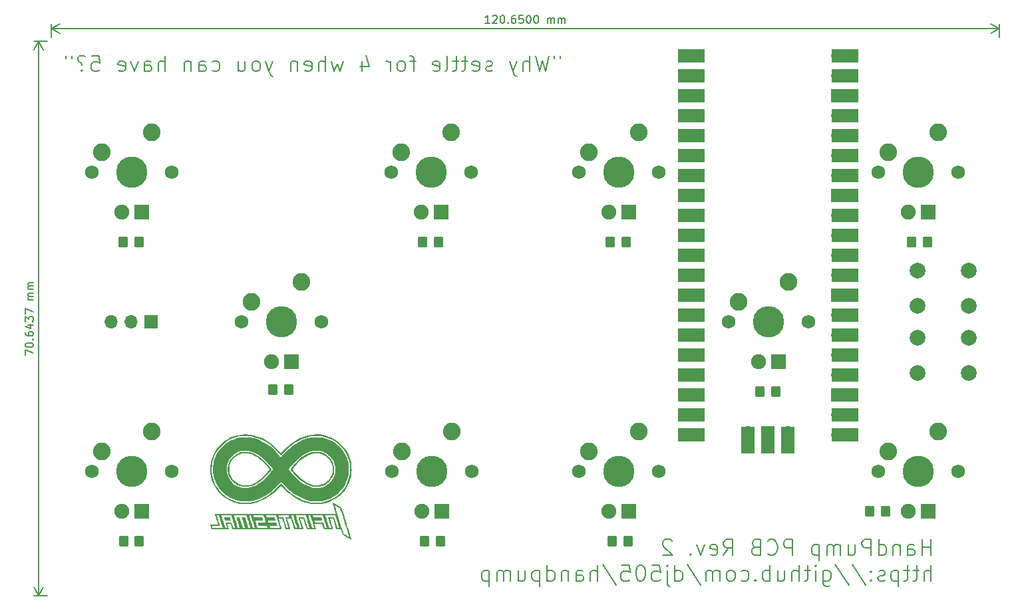
<source format=gbs>
%TF.GenerationSoftware,KiCad,Pcbnew,(6.0.8)*%
%TF.CreationDate,2022-10-24T13:17:52-06:00*%
%TF.ProjectId,pcb,7063622e-6b69-4636-9164-5f7063625858,rev?*%
%TF.SameCoordinates,Original*%
%TF.FileFunction,Soldermask,Bot*%
%TF.FilePolarity,Negative*%
%FSLAX46Y46*%
G04 Gerber Fmt 4.6, Leading zero omitted, Abs format (unit mm)*
G04 Created by KiCad (PCBNEW (6.0.8)) date 2022-10-24 13:17:52*
%MOMM*%
%LPD*%
G01*
G04 APERTURE LIST*
G04 Aperture macros list*
%AMRoundRect*
0 Rectangle with rounded corners*
0 $1 Rounding radius*
0 $2 $3 $4 $5 $6 $7 $8 $9 X,Y pos of 4 corners*
0 Add a 4 corners polygon primitive as box body*
4,1,4,$2,$3,$4,$5,$6,$7,$8,$9,$2,$3,0*
0 Add four circle primitives for the rounded corners*
1,1,$1+$1,$2,$3*
1,1,$1+$1,$4,$5*
1,1,$1+$1,$6,$7*
1,1,$1+$1,$8,$9*
0 Add four rect primitives between the rounded corners*
20,1,$1+$1,$2,$3,$4,$5,0*
20,1,$1+$1,$4,$5,$6,$7,0*
20,1,$1+$1,$6,$7,$8,$9,0*
20,1,$1+$1,$8,$9,$2,$3,0*%
G04 Aperture macros list end*
%ADD10C,0.150000*%
%ADD11RoundRect,0.250000X-0.350000X-0.450000X0.350000X-0.450000X0.350000X0.450000X-0.350000X0.450000X0*%
%ADD12RoundRect,0.250000X0.350000X0.450000X-0.350000X0.450000X-0.350000X-0.450000X0.350000X-0.450000X0*%
%ADD13C,1.750000*%
%ADD14C,3.987800*%
%ADD15C,2.250000*%
%ADD16C,1.905000*%
%ADD17R,1.905000X1.905000*%
%ADD18C,2.000000*%
%ADD19R,1.700000X1.700000*%
%ADD20O,1.700000X1.700000*%
%ADD21R,3.500000X1.700000*%
%ADD22R,1.700000X3.500000*%
G04 APERTURE END LIST*
D10*
X193728690Y-125013478D02*
X193728690Y-122981478D01*
X193728690Y-123949097D02*
X192567547Y-123949097D01*
X192567547Y-125013478D02*
X192567547Y-122981478D01*
X190729071Y-125013478D02*
X190729071Y-123949097D01*
X190825833Y-123755573D01*
X191019357Y-123658811D01*
X191406404Y-123658811D01*
X191599928Y-123755573D01*
X190729071Y-124916716D02*
X190922595Y-125013478D01*
X191406404Y-125013478D01*
X191599928Y-124916716D01*
X191696690Y-124723192D01*
X191696690Y-124529668D01*
X191599928Y-124336144D01*
X191406404Y-124239382D01*
X190922595Y-124239382D01*
X190729071Y-124142620D01*
X189761452Y-123658811D02*
X189761452Y-125013478D01*
X189761452Y-123852335D02*
X189664690Y-123755573D01*
X189471166Y-123658811D01*
X189180880Y-123658811D01*
X188987357Y-123755573D01*
X188890595Y-123949097D01*
X188890595Y-125013478D01*
X187052119Y-125013478D02*
X187052119Y-122981478D01*
X187052119Y-124916716D02*
X187245642Y-125013478D01*
X187632690Y-125013478D01*
X187826214Y-124916716D01*
X187922976Y-124819954D01*
X188019738Y-124626430D01*
X188019738Y-124045859D01*
X187922976Y-123852335D01*
X187826214Y-123755573D01*
X187632690Y-123658811D01*
X187245642Y-123658811D01*
X187052119Y-123755573D01*
X186084500Y-125013478D02*
X186084500Y-122981478D01*
X185310404Y-122981478D01*
X185116880Y-123078240D01*
X185020119Y-123175001D01*
X184923357Y-123368525D01*
X184923357Y-123658811D01*
X185020119Y-123852335D01*
X185116880Y-123949097D01*
X185310404Y-124045859D01*
X186084500Y-124045859D01*
X183181642Y-123658811D02*
X183181642Y-125013478D01*
X184052500Y-123658811D02*
X184052500Y-124723192D01*
X183955738Y-124916716D01*
X183762214Y-125013478D01*
X183471928Y-125013478D01*
X183278404Y-124916716D01*
X183181642Y-124819954D01*
X182214023Y-125013478D02*
X182214023Y-123658811D01*
X182214023Y-123852335D02*
X182117261Y-123755573D01*
X181923738Y-123658811D01*
X181633452Y-123658811D01*
X181439928Y-123755573D01*
X181343166Y-123949097D01*
X181343166Y-125013478D01*
X181343166Y-123949097D02*
X181246404Y-123755573D01*
X181052880Y-123658811D01*
X180762595Y-123658811D01*
X180569071Y-123755573D01*
X180472309Y-123949097D01*
X180472309Y-125013478D01*
X179504690Y-123658811D02*
X179504690Y-125690811D01*
X179504690Y-123755573D02*
X179311166Y-123658811D01*
X178924119Y-123658811D01*
X178730595Y-123755573D01*
X178633833Y-123852335D01*
X178537071Y-124045859D01*
X178537071Y-124626430D01*
X178633833Y-124819954D01*
X178730595Y-124916716D01*
X178924119Y-125013478D01*
X179311166Y-125013478D01*
X179504690Y-124916716D01*
X176118023Y-125013478D02*
X176118023Y-122981478D01*
X175343928Y-122981478D01*
X175150404Y-123078240D01*
X175053642Y-123175001D01*
X174956880Y-123368525D01*
X174956880Y-123658811D01*
X175053642Y-123852335D01*
X175150404Y-123949097D01*
X175343928Y-124045859D01*
X176118023Y-124045859D01*
X172924880Y-124819954D02*
X173021642Y-124916716D01*
X173311928Y-125013478D01*
X173505452Y-125013478D01*
X173795738Y-124916716D01*
X173989261Y-124723192D01*
X174086023Y-124529668D01*
X174182785Y-124142620D01*
X174182785Y-123852335D01*
X174086023Y-123465287D01*
X173989261Y-123271763D01*
X173795738Y-123078240D01*
X173505452Y-122981478D01*
X173311928Y-122981478D01*
X173021642Y-123078240D01*
X172924880Y-123175001D01*
X171376690Y-123949097D02*
X171086404Y-124045859D01*
X170989642Y-124142620D01*
X170892880Y-124336144D01*
X170892880Y-124626430D01*
X170989642Y-124819954D01*
X171086404Y-124916716D01*
X171279928Y-125013478D01*
X172054023Y-125013478D01*
X172054023Y-122981478D01*
X171376690Y-122981478D01*
X171183166Y-123078240D01*
X171086404Y-123175001D01*
X170989642Y-123368525D01*
X170989642Y-123562049D01*
X171086404Y-123755573D01*
X171183166Y-123852335D01*
X171376690Y-123949097D01*
X172054023Y-123949097D01*
X167312690Y-125013478D02*
X167990023Y-124045859D01*
X168473833Y-125013478D02*
X168473833Y-122981478D01*
X167699738Y-122981478D01*
X167506214Y-123078240D01*
X167409452Y-123175001D01*
X167312690Y-123368525D01*
X167312690Y-123658811D01*
X167409452Y-123852335D01*
X167506214Y-123949097D01*
X167699738Y-124045859D01*
X168473833Y-124045859D01*
X165667738Y-124916716D02*
X165861261Y-125013478D01*
X166248309Y-125013478D01*
X166441833Y-124916716D01*
X166538595Y-124723192D01*
X166538595Y-123949097D01*
X166441833Y-123755573D01*
X166248309Y-123658811D01*
X165861261Y-123658811D01*
X165667738Y-123755573D01*
X165570976Y-123949097D01*
X165570976Y-124142620D01*
X166538595Y-124336144D01*
X164893642Y-123658811D02*
X164409833Y-125013478D01*
X163926023Y-123658811D01*
X163151928Y-124819954D02*
X163055166Y-124916716D01*
X163151928Y-125013478D01*
X163248690Y-124916716D01*
X163151928Y-124819954D01*
X163151928Y-125013478D01*
X160732880Y-123175001D02*
X160636119Y-123078240D01*
X160442595Y-122981478D01*
X159958785Y-122981478D01*
X159765261Y-123078240D01*
X159668500Y-123175001D01*
X159571738Y-123368525D01*
X159571738Y-123562049D01*
X159668500Y-123852335D01*
X160829642Y-125013478D01*
X159571738Y-125013478D01*
X193728690Y-128284998D02*
X193728690Y-126252998D01*
X192857833Y-128284998D02*
X192857833Y-127220617D01*
X192954595Y-127027093D01*
X193148119Y-126930331D01*
X193438404Y-126930331D01*
X193631928Y-127027093D01*
X193728690Y-127123855D01*
X192180500Y-126930331D02*
X191406404Y-126930331D01*
X191890214Y-126252998D02*
X191890214Y-127994712D01*
X191793452Y-128188236D01*
X191599928Y-128284998D01*
X191406404Y-128284998D01*
X191019357Y-126930331D02*
X190245261Y-126930331D01*
X190729071Y-126252998D02*
X190729071Y-127994712D01*
X190632309Y-128188236D01*
X190438785Y-128284998D01*
X190245261Y-128284998D01*
X189567928Y-126930331D02*
X189567928Y-128962331D01*
X189567928Y-127027093D02*
X189374404Y-126930331D01*
X188987357Y-126930331D01*
X188793833Y-127027093D01*
X188697071Y-127123855D01*
X188600309Y-127317379D01*
X188600309Y-127897950D01*
X188697071Y-128091474D01*
X188793833Y-128188236D01*
X188987357Y-128284998D01*
X189374404Y-128284998D01*
X189567928Y-128188236D01*
X187826214Y-128188236D02*
X187632690Y-128284998D01*
X187245642Y-128284998D01*
X187052119Y-128188236D01*
X186955357Y-127994712D01*
X186955357Y-127897950D01*
X187052119Y-127704426D01*
X187245642Y-127607664D01*
X187535928Y-127607664D01*
X187729452Y-127510902D01*
X187826214Y-127317379D01*
X187826214Y-127220617D01*
X187729452Y-127027093D01*
X187535928Y-126930331D01*
X187245642Y-126930331D01*
X187052119Y-127027093D01*
X186084500Y-128091474D02*
X185987738Y-128188236D01*
X186084500Y-128284998D01*
X186181261Y-128188236D01*
X186084500Y-128091474D01*
X186084500Y-128284998D01*
X186084500Y-127027093D02*
X185987738Y-127123855D01*
X186084500Y-127220617D01*
X186181261Y-127123855D01*
X186084500Y-127027093D01*
X186084500Y-127220617D01*
X183665452Y-126156236D02*
X185407166Y-128768807D01*
X181536690Y-126156236D02*
X183278404Y-128768807D01*
X179988500Y-126930331D02*
X179988500Y-128575283D01*
X180085261Y-128768807D01*
X180182023Y-128865569D01*
X180375547Y-128962331D01*
X180665833Y-128962331D01*
X180859357Y-128865569D01*
X179988500Y-128188236D02*
X180182023Y-128284998D01*
X180569071Y-128284998D01*
X180762595Y-128188236D01*
X180859357Y-128091474D01*
X180956119Y-127897950D01*
X180956119Y-127317379D01*
X180859357Y-127123855D01*
X180762595Y-127027093D01*
X180569071Y-126930331D01*
X180182023Y-126930331D01*
X179988500Y-127027093D01*
X179020880Y-128284998D02*
X179020880Y-126930331D01*
X179020880Y-126252998D02*
X179117642Y-126349760D01*
X179020880Y-126446521D01*
X178924119Y-126349760D01*
X179020880Y-126252998D01*
X179020880Y-126446521D01*
X178343547Y-126930331D02*
X177569452Y-126930331D01*
X178053261Y-126252998D02*
X178053261Y-127994712D01*
X177956500Y-128188236D01*
X177762976Y-128284998D01*
X177569452Y-128284998D01*
X176892119Y-128284998D02*
X176892119Y-126252998D01*
X176021261Y-128284998D02*
X176021261Y-127220617D01*
X176118023Y-127027093D01*
X176311547Y-126930331D01*
X176601833Y-126930331D01*
X176795357Y-127027093D01*
X176892119Y-127123855D01*
X174182785Y-126930331D02*
X174182785Y-128284998D01*
X175053642Y-126930331D02*
X175053642Y-127994712D01*
X174956880Y-128188236D01*
X174763357Y-128284998D01*
X174473071Y-128284998D01*
X174279547Y-128188236D01*
X174182785Y-128091474D01*
X173215166Y-128284998D02*
X173215166Y-126252998D01*
X173215166Y-127027093D02*
X173021642Y-126930331D01*
X172634595Y-126930331D01*
X172441071Y-127027093D01*
X172344309Y-127123855D01*
X172247547Y-127317379D01*
X172247547Y-127897950D01*
X172344309Y-128091474D01*
X172441071Y-128188236D01*
X172634595Y-128284998D01*
X173021642Y-128284998D01*
X173215166Y-128188236D01*
X171376690Y-128091474D02*
X171279928Y-128188236D01*
X171376690Y-128284998D01*
X171473452Y-128188236D01*
X171376690Y-128091474D01*
X171376690Y-128284998D01*
X169538214Y-128188236D02*
X169731738Y-128284998D01*
X170118785Y-128284998D01*
X170312309Y-128188236D01*
X170409071Y-128091474D01*
X170505833Y-127897950D01*
X170505833Y-127317379D01*
X170409071Y-127123855D01*
X170312309Y-127027093D01*
X170118785Y-126930331D01*
X169731738Y-126930331D01*
X169538214Y-127027093D01*
X168377071Y-128284998D02*
X168570595Y-128188236D01*
X168667357Y-128091474D01*
X168764119Y-127897950D01*
X168764119Y-127317379D01*
X168667357Y-127123855D01*
X168570595Y-127027093D01*
X168377071Y-126930331D01*
X168086785Y-126930331D01*
X167893261Y-127027093D01*
X167796500Y-127123855D01*
X167699738Y-127317379D01*
X167699738Y-127897950D01*
X167796500Y-128091474D01*
X167893261Y-128188236D01*
X168086785Y-128284998D01*
X168377071Y-128284998D01*
X166828880Y-128284998D02*
X166828880Y-126930331D01*
X166828880Y-127123855D02*
X166732119Y-127027093D01*
X166538595Y-126930331D01*
X166248309Y-126930331D01*
X166054785Y-127027093D01*
X165958023Y-127220617D01*
X165958023Y-128284998D01*
X165958023Y-127220617D02*
X165861261Y-127027093D01*
X165667738Y-126930331D01*
X165377452Y-126930331D01*
X165183928Y-127027093D01*
X165087166Y-127220617D01*
X165087166Y-128284998D01*
X162668119Y-126156236D02*
X164409833Y-128768807D01*
X161119928Y-128284998D02*
X161119928Y-126252998D01*
X161119928Y-128188236D02*
X161313452Y-128284998D01*
X161700500Y-128284998D01*
X161894023Y-128188236D01*
X161990785Y-128091474D01*
X162087547Y-127897950D01*
X162087547Y-127317379D01*
X161990785Y-127123855D01*
X161894023Y-127027093D01*
X161700500Y-126930331D01*
X161313452Y-126930331D01*
X161119928Y-127027093D01*
X160152309Y-126930331D02*
X160152309Y-128672045D01*
X160249071Y-128865569D01*
X160442595Y-128962331D01*
X160539357Y-128962331D01*
X160152309Y-126252998D02*
X160249071Y-126349760D01*
X160152309Y-126446521D01*
X160055547Y-126349760D01*
X160152309Y-126252998D01*
X160152309Y-126446521D01*
X158217071Y-126252998D02*
X159184690Y-126252998D01*
X159281452Y-127220617D01*
X159184690Y-127123855D01*
X158991166Y-127027093D01*
X158507357Y-127027093D01*
X158313833Y-127123855D01*
X158217071Y-127220617D01*
X158120309Y-127414140D01*
X158120309Y-127897950D01*
X158217071Y-128091474D01*
X158313833Y-128188236D01*
X158507357Y-128284998D01*
X158991166Y-128284998D01*
X159184690Y-128188236D01*
X159281452Y-128091474D01*
X156862404Y-126252998D02*
X156668880Y-126252998D01*
X156475357Y-126349760D01*
X156378595Y-126446521D01*
X156281833Y-126640045D01*
X156185071Y-127027093D01*
X156185071Y-127510902D01*
X156281833Y-127897950D01*
X156378595Y-128091474D01*
X156475357Y-128188236D01*
X156668880Y-128284998D01*
X156862404Y-128284998D01*
X157055928Y-128188236D01*
X157152690Y-128091474D01*
X157249452Y-127897950D01*
X157346214Y-127510902D01*
X157346214Y-127027093D01*
X157249452Y-126640045D01*
X157152690Y-126446521D01*
X157055928Y-126349760D01*
X156862404Y-126252998D01*
X154346595Y-126252998D02*
X155314214Y-126252998D01*
X155410976Y-127220617D01*
X155314214Y-127123855D01*
X155120690Y-127027093D01*
X154636880Y-127027093D01*
X154443357Y-127123855D01*
X154346595Y-127220617D01*
X154249833Y-127414140D01*
X154249833Y-127897950D01*
X154346595Y-128091474D01*
X154443357Y-128188236D01*
X154636880Y-128284998D01*
X155120690Y-128284998D01*
X155314214Y-128188236D01*
X155410976Y-128091474D01*
X151927547Y-126156236D02*
X153669261Y-128768807D01*
X151250214Y-128284998D02*
X151250214Y-126252998D01*
X150379357Y-128284998D02*
X150379357Y-127220617D01*
X150476119Y-127027093D01*
X150669642Y-126930331D01*
X150959928Y-126930331D01*
X151153452Y-127027093D01*
X151250214Y-127123855D01*
X148540880Y-128284998D02*
X148540880Y-127220617D01*
X148637642Y-127027093D01*
X148831166Y-126930331D01*
X149218214Y-126930331D01*
X149411738Y-127027093D01*
X148540880Y-128188236D02*
X148734404Y-128284998D01*
X149218214Y-128284998D01*
X149411738Y-128188236D01*
X149508500Y-127994712D01*
X149508500Y-127801188D01*
X149411738Y-127607664D01*
X149218214Y-127510902D01*
X148734404Y-127510902D01*
X148540880Y-127414140D01*
X147573261Y-126930331D02*
X147573261Y-128284998D01*
X147573261Y-127123855D02*
X147476500Y-127027093D01*
X147282976Y-126930331D01*
X146992690Y-126930331D01*
X146799166Y-127027093D01*
X146702404Y-127220617D01*
X146702404Y-128284998D01*
X144863928Y-128284998D02*
X144863928Y-126252998D01*
X144863928Y-128188236D02*
X145057452Y-128284998D01*
X145444500Y-128284998D01*
X145638023Y-128188236D01*
X145734785Y-128091474D01*
X145831547Y-127897950D01*
X145831547Y-127317379D01*
X145734785Y-127123855D01*
X145638023Y-127027093D01*
X145444500Y-126930331D01*
X145057452Y-126930331D01*
X144863928Y-127027093D01*
X143896309Y-126930331D02*
X143896309Y-128962331D01*
X143896309Y-127027093D02*
X143702785Y-126930331D01*
X143315738Y-126930331D01*
X143122214Y-127027093D01*
X143025452Y-127123855D01*
X142928690Y-127317379D01*
X142928690Y-127897950D01*
X143025452Y-128091474D01*
X143122214Y-128188236D01*
X143315738Y-128284998D01*
X143702785Y-128284998D01*
X143896309Y-128188236D01*
X141186976Y-126930331D02*
X141186976Y-128284998D01*
X142057833Y-126930331D02*
X142057833Y-127994712D01*
X141961071Y-128188236D01*
X141767547Y-128284998D01*
X141477261Y-128284998D01*
X141283738Y-128188236D01*
X141186976Y-128091474D01*
X140219357Y-128284998D02*
X140219357Y-126930331D01*
X140219357Y-127123855D02*
X140122595Y-127027093D01*
X139929071Y-126930331D01*
X139638785Y-126930331D01*
X139445261Y-127027093D01*
X139348500Y-127220617D01*
X139348500Y-128284998D01*
X139348500Y-127220617D02*
X139251738Y-127027093D01*
X139058214Y-126930331D01*
X138767928Y-126930331D01*
X138574404Y-127027093D01*
X138477642Y-127220617D01*
X138477642Y-128284998D01*
X137510023Y-126930331D02*
X137510023Y-128962331D01*
X137510023Y-127027093D02*
X137316500Y-126930331D01*
X136929452Y-126930331D01*
X136735928Y-127027093D01*
X136639166Y-127123855D01*
X136542404Y-127317379D01*
X136542404Y-127897950D01*
X136639166Y-128091474D01*
X136735928Y-128188236D01*
X136929452Y-128284998D01*
X137316500Y-128284998D01*
X137510023Y-128188236D01*
X146538190Y-61388761D02*
X146538190Y-61769714D01*
X145776285Y-61388761D02*
X145776285Y-61769714D01*
X145109619Y-61388761D02*
X144633428Y-63388761D01*
X144252476Y-61960190D01*
X143871523Y-63388761D01*
X143395333Y-61388761D01*
X142633428Y-63388761D02*
X142633428Y-61388761D01*
X141776285Y-63388761D02*
X141776285Y-62341142D01*
X141871523Y-62150666D01*
X142062000Y-62055428D01*
X142347714Y-62055428D01*
X142538190Y-62150666D01*
X142633428Y-62245904D01*
X141014380Y-62055428D02*
X140538190Y-63388761D01*
X140062000Y-62055428D02*
X140538190Y-63388761D01*
X140728666Y-63864952D01*
X140823904Y-63960190D01*
X141014380Y-64055428D01*
X137871523Y-63293523D02*
X137681047Y-63388761D01*
X137300095Y-63388761D01*
X137109619Y-63293523D01*
X137014380Y-63103047D01*
X137014380Y-63007809D01*
X137109619Y-62817333D01*
X137300095Y-62722095D01*
X137585809Y-62722095D01*
X137776285Y-62626857D01*
X137871523Y-62436380D01*
X137871523Y-62341142D01*
X137776285Y-62150666D01*
X137585809Y-62055428D01*
X137300095Y-62055428D01*
X137109619Y-62150666D01*
X135395333Y-63293523D02*
X135585809Y-63388761D01*
X135966761Y-63388761D01*
X136157238Y-63293523D01*
X136252476Y-63103047D01*
X136252476Y-62341142D01*
X136157238Y-62150666D01*
X135966761Y-62055428D01*
X135585809Y-62055428D01*
X135395333Y-62150666D01*
X135300095Y-62341142D01*
X135300095Y-62531619D01*
X136252476Y-62722095D01*
X134728666Y-62055428D02*
X133966761Y-62055428D01*
X134442952Y-61388761D02*
X134442952Y-63103047D01*
X134347714Y-63293523D01*
X134157238Y-63388761D01*
X133966761Y-63388761D01*
X133585809Y-62055428D02*
X132823904Y-62055428D01*
X133300095Y-61388761D02*
X133300095Y-63103047D01*
X133204857Y-63293523D01*
X133014380Y-63388761D01*
X132823904Y-63388761D01*
X131871523Y-63388761D02*
X132062000Y-63293523D01*
X132157238Y-63103047D01*
X132157238Y-61388761D01*
X130347714Y-63293523D02*
X130538190Y-63388761D01*
X130919142Y-63388761D01*
X131109619Y-63293523D01*
X131204857Y-63103047D01*
X131204857Y-62341142D01*
X131109619Y-62150666D01*
X130919142Y-62055428D01*
X130538190Y-62055428D01*
X130347714Y-62150666D01*
X130252476Y-62341142D01*
X130252476Y-62531619D01*
X131204857Y-62722095D01*
X128157238Y-62055428D02*
X127395333Y-62055428D01*
X127871523Y-63388761D02*
X127871523Y-61674476D01*
X127776285Y-61484000D01*
X127585809Y-61388761D01*
X127395333Y-61388761D01*
X126442952Y-63388761D02*
X126633428Y-63293523D01*
X126728666Y-63198285D01*
X126823904Y-63007809D01*
X126823904Y-62436380D01*
X126728666Y-62245904D01*
X126633428Y-62150666D01*
X126442952Y-62055428D01*
X126157238Y-62055428D01*
X125966761Y-62150666D01*
X125871523Y-62245904D01*
X125776285Y-62436380D01*
X125776285Y-63007809D01*
X125871523Y-63198285D01*
X125966761Y-63293523D01*
X126157238Y-63388761D01*
X126442952Y-63388761D01*
X124919142Y-63388761D02*
X124919142Y-62055428D01*
X124919142Y-62436380D02*
X124823904Y-62245904D01*
X124728666Y-62150666D01*
X124538190Y-62055428D01*
X124347714Y-62055428D01*
X121300095Y-62055428D02*
X121300095Y-63388761D01*
X121776285Y-61293523D02*
X122252476Y-62722095D01*
X121014380Y-62722095D01*
X118919142Y-62055428D02*
X118538190Y-63388761D01*
X118157238Y-62436380D01*
X117776285Y-63388761D01*
X117395333Y-62055428D01*
X116633428Y-63388761D02*
X116633428Y-61388761D01*
X115776285Y-63388761D02*
X115776285Y-62341142D01*
X115871523Y-62150666D01*
X116062000Y-62055428D01*
X116347714Y-62055428D01*
X116538190Y-62150666D01*
X116633428Y-62245904D01*
X114062000Y-63293523D02*
X114252476Y-63388761D01*
X114633428Y-63388761D01*
X114823904Y-63293523D01*
X114919142Y-63103047D01*
X114919142Y-62341142D01*
X114823904Y-62150666D01*
X114633428Y-62055428D01*
X114252476Y-62055428D01*
X114062000Y-62150666D01*
X113966761Y-62341142D01*
X113966761Y-62531619D01*
X114919142Y-62722095D01*
X113109619Y-62055428D02*
X113109619Y-63388761D01*
X113109619Y-62245904D02*
X113014380Y-62150666D01*
X112823904Y-62055428D01*
X112538190Y-62055428D01*
X112347714Y-62150666D01*
X112252476Y-62341142D01*
X112252476Y-63388761D01*
X109966761Y-62055428D02*
X109490571Y-63388761D01*
X109014380Y-62055428D02*
X109490571Y-63388761D01*
X109681047Y-63864952D01*
X109776285Y-63960190D01*
X109966761Y-64055428D01*
X107966761Y-63388761D02*
X108157238Y-63293523D01*
X108252476Y-63198285D01*
X108347714Y-63007809D01*
X108347714Y-62436380D01*
X108252476Y-62245904D01*
X108157238Y-62150666D01*
X107966761Y-62055428D01*
X107681047Y-62055428D01*
X107490571Y-62150666D01*
X107395333Y-62245904D01*
X107300095Y-62436380D01*
X107300095Y-63007809D01*
X107395333Y-63198285D01*
X107490571Y-63293523D01*
X107681047Y-63388761D01*
X107966761Y-63388761D01*
X105585809Y-62055428D02*
X105585809Y-63388761D01*
X106442952Y-62055428D02*
X106442952Y-63103047D01*
X106347714Y-63293523D01*
X106157238Y-63388761D01*
X105871523Y-63388761D01*
X105681047Y-63293523D01*
X105585809Y-63198285D01*
X102252476Y-63293523D02*
X102442952Y-63388761D01*
X102823904Y-63388761D01*
X103014380Y-63293523D01*
X103109619Y-63198285D01*
X103204857Y-63007809D01*
X103204857Y-62436380D01*
X103109619Y-62245904D01*
X103014380Y-62150666D01*
X102823904Y-62055428D01*
X102442952Y-62055428D01*
X102252476Y-62150666D01*
X100538190Y-63388761D02*
X100538190Y-62341142D01*
X100633428Y-62150666D01*
X100823904Y-62055428D01*
X101204857Y-62055428D01*
X101395333Y-62150666D01*
X100538190Y-63293523D02*
X100728666Y-63388761D01*
X101204857Y-63388761D01*
X101395333Y-63293523D01*
X101490571Y-63103047D01*
X101490571Y-62912571D01*
X101395333Y-62722095D01*
X101204857Y-62626857D01*
X100728666Y-62626857D01*
X100538190Y-62531619D01*
X99585809Y-62055428D02*
X99585809Y-63388761D01*
X99585809Y-62245904D02*
X99490571Y-62150666D01*
X99300095Y-62055428D01*
X99014380Y-62055428D01*
X98823904Y-62150666D01*
X98728666Y-62341142D01*
X98728666Y-63388761D01*
X96252476Y-63388761D02*
X96252476Y-61388761D01*
X95395333Y-63388761D02*
X95395333Y-62341142D01*
X95490571Y-62150666D01*
X95681047Y-62055428D01*
X95966761Y-62055428D01*
X96157238Y-62150666D01*
X96252476Y-62245904D01*
X93585809Y-63388761D02*
X93585809Y-62341142D01*
X93681047Y-62150666D01*
X93871523Y-62055428D01*
X94252476Y-62055428D01*
X94442952Y-62150666D01*
X93585809Y-63293523D02*
X93776285Y-63388761D01*
X94252476Y-63388761D01*
X94442952Y-63293523D01*
X94538190Y-63103047D01*
X94538190Y-62912571D01*
X94442952Y-62722095D01*
X94252476Y-62626857D01*
X93776285Y-62626857D01*
X93585809Y-62531619D01*
X92823904Y-62055428D02*
X92347714Y-63388761D01*
X91871523Y-62055428D01*
X90347714Y-63293523D02*
X90538190Y-63388761D01*
X90919142Y-63388761D01*
X91109619Y-63293523D01*
X91204857Y-63103047D01*
X91204857Y-62341142D01*
X91109619Y-62150666D01*
X90919142Y-62055428D01*
X90538190Y-62055428D01*
X90347714Y-62150666D01*
X90252476Y-62341142D01*
X90252476Y-62531619D01*
X91204857Y-62722095D01*
X86919142Y-61388761D02*
X87871523Y-61388761D01*
X87966761Y-62341142D01*
X87871523Y-62245904D01*
X87681047Y-62150666D01*
X87204857Y-62150666D01*
X87014380Y-62245904D01*
X86919142Y-62341142D01*
X86823904Y-62531619D01*
X86823904Y-63007809D01*
X86919142Y-63198285D01*
X87014380Y-63293523D01*
X87204857Y-63388761D01*
X87681047Y-63388761D01*
X87871523Y-63293523D01*
X87966761Y-63198285D01*
X85681047Y-63198285D02*
X85585809Y-63293523D01*
X85681047Y-63388761D01*
X85776285Y-63293523D01*
X85681047Y-63198285D01*
X85681047Y-63388761D01*
X86062000Y-61484000D02*
X85871523Y-61388761D01*
X85395333Y-61388761D01*
X85204857Y-61484000D01*
X85109619Y-61674476D01*
X85109619Y-61864952D01*
X85204857Y-62055428D01*
X85300095Y-62150666D01*
X85490571Y-62245904D01*
X85585809Y-62341142D01*
X85681047Y-62531619D01*
X85681047Y-62626857D01*
X84347714Y-61388761D02*
X84347714Y-61769714D01*
X83585809Y-61388761D02*
X83585809Y-61769714D01*
X137557440Y-57246130D02*
X136986011Y-57246130D01*
X137271726Y-57246130D02*
X137271726Y-56246130D01*
X137176488Y-56388988D01*
X137081250Y-56484226D01*
X136986011Y-56531845D01*
X137938392Y-56341369D02*
X137986011Y-56293750D01*
X138081250Y-56246130D01*
X138319345Y-56246130D01*
X138414583Y-56293750D01*
X138462202Y-56341369D01*
X138509821Y-56436607D01*
X138509821Y-56531845D01*
X138462202Y-56674702D01*
X137890773Y-57246130D01*
X138509821Y-57246130D01*
X139128869Y-56246130D02*
X139224107Y-56246130D01*
X139319345Y-56293750D01*
X139366964Y-56341369D01*
X139414583Y-56436607D01*
X139462202Y-56627083D01*
X139462202Y-56865178D01*
X139414583Y-57055654D01*
X139366964Y-57150892D01*
X139319345Y-57198511D01*
X139224107Y-57246130D01*
X139128869Y-57246130D01*
X139033630Y-57198511D01*
X138986011Y-57150892D01*
X138938392Y-57055654D01*
X138890773Y-56865178D01*
X138890773Y-56627083D01*
X138938392Y-56436607D01*
X138986011Y-56341369D01*
X139033630Y-56293750D01*
X139128869Y-56246130D01*
X139890773Y-57150892D02*
X139938392Y-57198511D01*
X139890773Y-57246130D01*
X139843154Y-57198511D01*
X139890773Y-57150892D01*
X139890773Y-57246130D01*
X140795535Y-56246130D02*
X140605059Y-56246130D01*
X140509821Y-56293750D01*
X140462202Y-56341369D01*
X140366964Y-56484226D01*
X140319345Y-56674702D01*
X140319345Y-57055654D01*
X140366964Y-57150892D01*
X140414583Y-57198511D01*
X140509821Y-57246130D01*
X140700297Y-57246130D01*
X140795535Y-57198511D01*
X140843154Y-57150892D01*
X140890773Y-57055654D01*
X140890773Y-56817559D01*
X140843154Y-56722321D01*
X140795535Y-56674702D01*
X140700297Y-56627083D01*
X140509821Y-56627083D01*
X140414583Y-56674702D01*
X140366964Y-56722321D01*
X140319345Y-56817559D01*
X141795535Y-56246130D02*
X141319345Y-56246130D01*
X141271726Y-56722321D01*
X141319345Y-56674702D01*
X141414583Y-56627083D01*
X141652678Y-56627083D01*
X141747916Y-56674702D01*
X141795535Y-56722321D01*
X141843154Y-56817559D01*
X141843154Y-57055654D01*
X141795535Y-57150892D01*
X141747916Y-57198511D01*
X141652678Y-57246130D01*
X141414583Y-57246130D01*
X141319345Y-57198511D01*
X141271726Y-57150892D01*
X142462202Y-56246130D02*
X142557440Y-56246130D01*
X142652678Y-56293750D01*
X142700297Y-56341369D01*
X142747916Y-56436607D01*
X142795535Y-56627083D01*
X142795535Y-56865178D01*
X142747916Y-57055654D01*
X142700297Y-57150892D01*
X142652678Y-57198511D01*
X142557440Y-57246130D01*
X142462202Y-57246130D01*
X142366964Y-57198511D01*
X142319345Y-57150892D01*
X142271726Y-57055654D01*
X142224107Y-56865178D01*
X142224107Y-56627083D01*
X142271726Y-56436607D01*
X142319345Y-56341369D01*
X142366964Y-56293750D01*
X142462202Y-56246130D01*
X143414583Y-56246130D02*
X143509821Y-56246130D01*
X143605059Y-56293750D01*
X143652678Y-56341369D01*
X143700297Y-56436607D01*
X143747916Y-56627083D01*
X143747916Y-56865178D01*
X143700297Y-57055654D01*
X143652678Y-57150892D01*
X143605059Y-57198511D01*
X143509821Y-57246130D01*
X143414583Y-57246130D01*
X143319345Y-57198511D01*
X143271726Y-57150892D01*
X143224107Y-57055654D01*
X143176488Y-56865178D01*
X143176488Y-56627083D01*
X143224107Y-56436607D01*
X143271726Y-56341369D01*
X143319345Y-56293750D01*
X143414583Y-56246130D01*
X144938392Y-57246130D02*
X144938392Y-56579464D01*
X144938392Y-56674702D02*
X144986011Y-56627083D01*
X145081250Y-56579464D01*
X145224107Y-56579464D01*
X145319345Y-56627083D01*
X145366964Y-56722321D01*
X145366964Y-57246130D01*
X145366964Y-56722321D02*
X145414583Y-56627083D01*
X145509821Y-56579464D01*
X145652678Y-56579464D01*
X145747916Y-56627083D01*
X145795535Y-56722321D01*
X145795535Y-57246130D01*
X146271726Y-57246130D02*
X146271726Y-56579464D01*
X146271726Y-56674702D02*
X146319345Y-56627083D01*
X146414583Y-56579464D01*
X146557440Y-56579464D01*
X146652678Y-56627083D01*
X146700297Y-56722321D01*
X146700297Y-57246130D01*
X146700297Y-56722321D02*
X146747916Y-56627083D01*
X146843154Y-56579464D01*
X146986011Y-56579464D01*
X147081250Y-56627083D01*
X147128869Y-56722321D01*
X147128869Y-57246130D01*
X202406250Y-59031250D02*
X202406250Y-57357330D01*
X81756250Y-59031250D02*
X81756250Y-57357330D01*
X202406250Y-57943750D02*
X81756250Y-57943750D01*
X202406250Y-57943750D02*
X81756250Y-57943750D01*
X202406250Y-57943750D02*
X201279746Y-57357329D01*
X202406250Y-57943750D02*
X201279746Y-58530171D01*
X81756250Y-57943750D02*
X82882754Y-58530171D01*
X81756250Y-57943750D02*
X82882754Y-57357329D01*
X78471130Y-99519791D02*
X78471130Y-98853125D01*
X79471130Y-99281696D01*
X78471130Y-98281696D02*
X78471130Y-98186458D01*
X78518750Y-98091220D01*
X78566369Y-98043601D01*
X78661607Y-97995982D01*
X78852083Y-97948363D01*
X79090178Y-97948363D01*
X79280654Y-97995982D01*
X79375892Y-98043601D01*
X79423511Y-98091220D01*
X79471130Y-98186458D01*
X79471130Y-98281696D01*
X79423511Y-98376934D01*
X79375892Y-98424553D01*
X79280654Y-98472172D01*
X79090178Y-98519791D01*
X78852083Y-98519791D01*
X78661607Y-98472172D01*
X78566369Y-98424553D01*
X78518750Y-98376934D01*
X78471130Y-98281696D01*
X79375892Y-97519791D02*
X79423511Y-97472172D01*
X79471130Y-97519791D01*
X79423511Y-97567410D01*
X79375892Y-97519791D01*
X79471130Y-97519791D01*
X78471130Y-96615029D02*
X78471130Y-96805505D01*
X78518750Y-96900744D01*
X78566369Y-96948363D01*
X78709226Y-97043601D01*
X78899702Y-97091220D01*
X79280654Y-97091220D01*
X79375892Y-97043601D01*
X79423511Y-96995982D01*
X79471130Y-96900744D01*
X79471130Y-96710267D01*
X79423511Y-96615029D01*
X79375892Y-96567410D01*
X79280654Y-96519791D01*
X79042559Y-96519791D01*
X78947321Y-96567410D01*
X78899702Y-96615029D01*
X78852083Y-96710267D01*
X78852083Y-96900744D01*
X78899702Y-96995982D01*
X78947321Y-97043601D01*
X79042559Y-97091220D01*
X78804464Y-95662648D02*
X79471130Y-95662648D01*
X78423511Y-95900744D02*
X79137797Y-96138839D01*
X79137797Y-95519791D01*
X78471130Y-95234077D02*
X78471130Y-94615029D01*
X78852083Y-94948363D01*
X78852083Y-94805505D01*
X78899702Y-94710267D01*
X78947321Y-94662648D01*
X79042559Y-94615029D01*
X79280654Y-94615029D01*
X79375892Y-94662648D01*
X79423511Y-94710267D01*
X79471130Y-94805505D01*
X79471130Y-95091220D01*
X79423511Y-95186458D01*
X79375892Y-95234077D01*
X78471130Y-94281696D02*
X78471130Y-93615029D01*
X79471130Y-94043601D01*
X79471130Y-92472172D02*
X78804464Y-92472172D01*
X78899702Y-92472172D02*
X78852083Y-92424553D01*
X78804464Y-92329315D01*
X78804464Y-92186458D01*
X78852083Y-92091220D01*
X78947321Y-92043601D01*
X79471130Y-92043601D01*
X78947321Y-92043601D02*
X78852083Y-91995982D01*
X78804464Y-91900744D01*
X78804464Y-91757886D01*
X78852083Y-91662648D01*
X78947321Y-91615029D01*
X79471130Y-91615029D01*
X79471130Y-91138839D02*
X78804464Y-91138839D01*
X78899702Y-91138839D02*
X78852083Y-91091220D01*
X78804464Y-90995982D01*
X78804464Y-90853125D01*
X78852083Y-90757886D01*
X78947321Y-90710267D01*
X79471130Y-90710267D01*
X78947321Y-90710267D02*
X78852083Y-90662648D01*
X78804464Y-90567410D01*
X78804464Y-90424553D01*
X78852083Y-90329315D01*
X78947321Y-90281696D01*
X79471130Y-90281696D01*
X81256250Y-59531250D02*
X79582330Y-59531250D01*
X81256250Y-130175000D02*
X79582330Y-130175000D01*
X80168750Y-59531250D02*
X80168750Y-130175000D01*
X80168750Y-59531250D02*
X80168750Y-130175000D01*
X80168750Y-59531250D02*
X79582329Y-60657754D01*
X80168750Y-59531250D02*
X80755171Y-60657754D01*
X80168750Y-130175000D02*
X80755171Y-129048496D01*
X80168750Y-130175000D02*
X79582329Y-129048496D01*
%TO.C,G\u002A\u002A\u002A*%
G36*
X119525379Y-115075147D02*
G01*
X119378676Y-115542350D01*
X119171616Y-115988731D01*
X118903492Y-116416713D01*
X118793755Y-116564373D01*
X118451582Y-116954886D01*
X118071448Y-117292963D01*
X117653871Y-117578282D01*
X117199371Y-117810518D01*
X116708465Y-117989349D01*
X116181673Y-118114450D01*
X116107370Y-118125916D01*
X115879873Y-118145556D01*
X115615299Y-118151508D01*
X115332402Y-118144486D01*
X115049938Y-118125204D01*
X114786659Y-118094377D01*
X114561320Y-118052720D01*
X114183537Y-117947559D01*
X113661224Y-117746627D01*
X113146725Y-117484149D01*
X112642857Y-117161977D01*
X112152434Y-116781966D01*
X111678272Y-116345967D01*
X111223186Y-115855833D01*
X111167704Y-115792209D01*
X111086223Y-115702167D01*
X111026290Y-115640300D01*
X110998000Y-115617301D01*
X110985233Y-115625971D01*
X110936599Y-115673755D01*
X110862427Y-115753941D01*
X110772813Y-115855833D01*
X110515920Y-116141383D01*
X110058075Y-116592149D01*
X109581016Y-116992407D01*
X109089551Y-117338585D01*
X108588490Y-117627111D01*
X108082639Y-117854413D01*
X108027530Y-117875284D01*
X107521712Y-118031113D01*
X107013889Y-118125385D01*
X106508541Y-118159389D01*
X106010149Y-118134418D01*
X105523192Y-118051760D01*
X105052151Y-117912709D01*
X104601507Y-117718553D01*
X104175740Y-117470585D01*
X103779331Y-117170095D01*
X103416760Y-116818374D01*
X103092507Y-116416713D01*
X103001378Y-116283677D01*
X102752574Y-115850158D01*
X102564612Y-115397477D01*
X102436783Y-114923209D01*
X102368381Y-114424928D01*
X102360649Y-114005959D01*
X104074214Y-114005959D01*
X104091641Y-114368576D01*
X104165167Y-114714529D01*
X104176665Y-114751124D01*
X104328577Y-115121530D01*
X104532113Y-115454395D01*
X104784054Y-115746504D01*
X105081183Y-115994640D01*
X105420280Y-116195588D01*
X105798127Y-116346133D01*
X105915979Y-116377429D01*
X106177761Y-116418756D01*
X106463574Y-116433908D01*
X106749858Y-116422175D01*
X107013051Y-116382844D01*
X107402522Y-116267940D01*
X107804314Y-116090066D01*
X108206935Y-115853773D01*
X108606393Y-115561983D01*
X108998697Y-115217616D01*
X109379856Y-114823594D01*
X109745878Y-114382836D01*
X109989159Y-114067327D01*
X112006841Y-114067327D01*
X112252879Y-114388743D01*
X112305497Y-114455683D01*
X112465527Y-114644869D01*
X112652948Y-114850673D01*
X112856479Y-115061865D01*
X113064844Y-115267218D01*
X113266762Y-115455503D01*
X113450956Y-115615492D01*
X113606145Y-115735956D01*
X113858007Y-115903695D01*
X114263674Y-116127459D01*
X114667454Y-116291370D01*
X115074893Y-116397930D01*
X115110732Y-116404512D01*
X115498811Y-116440913D01*
X115885156Y-116414803D01*
X116260232Y-116326753D01*
X116283657Y-116319017D01*
X116631470Y-116170086D01*
X116946637Y-115971396D01*
X117225143Y-115729322D01*
X117462968Y-115450237D01*
X117656096Y-115140518D01*
X117800510Y-114806538D01*
X117892191Y-114454672D01*
X117927123Y-114091294D01*
X117901289Y-113722780D01*
X117853250Y-113477513D01*
X117758432Y-113176061D01*
X117623310Y-112901726D01*
X117440400Y-112640095D01*
X117202217Y-112376755D01*
X117169082Y-112343738D01*
X117025942Y-112208141D01*
X116901505Y-112106089D01*
X116777398Y-112023652D01*
X116635245Y-111946898D01*
X116599840Y-111929433D01*
X116309283Y-111805680D01*
X116031440Y-111727909D01*
X115743168Y-111691239D01*
X115421324Y-111690785D01*
X115280914Y-111699808D01*
X115106269Y-111717150D01*
X114952130Y-111738751D01*
X114840637Y-111761898D01*
X114662842Y-111818552D01*
X114358464Y-111942713D01*
X114048013Y-112099210D01*
X113753556Y-112277572D01*
X113743182Y-112284516D01*
X113514635Y-112453225D01*
X113264086Y-112663934D01*
X113003665Y-112904524D01*
X112745504Y-113162881D01*
X112501733Y-113426886D01*
X112284481Y-113684424D01*
X112105880Y-113923379D01*
X112006841Y-114067327D01*
X109989159Y-114067327D01*
X109890120Y-113923379D01*
X109882487Y-113912336D01*
X109701719Y-113672194D01*
X109482892Y-113414059D01*
X109238137Y-113150048D01*
X108979585Y-112892278D01*
X108719365Y-112652864D01*
X108469607Y-112443923D01*
X108242443Y-112277572D01*
X108060973Y-112163803D01*
X107753912Y-111997918D01*
X107444686Y-111860461D01*
X107155363Y-111761898D01*
X107069678Y-111743233D01*
X106922126Y-111721117D01*
X106749745Y-111702731D01*
X106574676Y-111690785D01*
X106535073Y-111689145D01*
X106218285Y-111693529D01*
X105932398Y-111734695D01*
X105654269Y-111817523D01*
X105360755Y-111946898D01*
X105329416Y-111962762D01*
X105192433Y-112039544D01*
X105069750Y-112124849D01*
X104942991Y-112232609D01*
X104793782Y-112376755D01*
X104680220Y-112495827D01*
X104561129Y-112631321D01*
X104461261Y-112755819D01*
X104394614Y-112852634D01*
X104342697Y-112946633D01*
X104201326Y-113282137D01*
X104111304Y-113639529D01*
X104074214Y-114005959D01*
X102360649Y-114005959D01*
X102358698Y-113900209D01*
X102368506Y-113700319D01*
X102394548Y-113424961D01*
X102437568Y-113174530D01*
X102502042Y-112925136D01*
X102592448Y-112652888D01*
X102782682Y-112211331D01*
X103034724Y-111781676D01*
X103338028Y-111385824D01*
X103688308Y-111028131D01*
X104081279Y-110712954D01*
X104512656Y-110444648D01*
X104978154Y-110227571D01*
X105205760Y-110143516D01*
X105423930Y-110078087D01*
X105640604Y-110031885D01*
X105872226Y-110002149D01*
X106135239Y-109986118D01*
X106446087Y-109981029D01*
X106550689Y-109981189D01*
X106823353Y-109986278D01*
X107054353Y-110000226D01*
X107260804Y-110025542D01*
X107459819Y-110064734D01*
X107668511Y-110120313D01*
X107903995Y-110194786D01*
X108294486Y-110347375D01*
X108728699Y-110564964D01*
X109165304Y-110830172D01*
X109594459Y-111135949D01*
X110006323Y-111475242D01*
X110391056Y-111841001D01*
X110738816Y-112226172D01*
X110832331Y-112337303D01*
X110914076Y-112431554D01*
X110972201Y-112495312D01*
X110998000Y-112518749D01*
X111022465Y-112496699D01*
X111079716Y-112434047D01*
X111160857Y-112340596D01*
X111257184Y-112226172D01*
X111577030Y-111869745D01*
X111959293Y-111502260D01*
X112369437Y-111160703D01*
X112797621Y-110852125D01*
X113234004Y-110583578D01*
X113668746Y-110362115D01*
X114092005Y-110194786D01*
X114175661Y-110167343D01*
X114400174Y-110099537D01*
X114603680Y-110049778D01*
X114803294Y-110015557D01*
X115016128Y-109994365D01*
X115259296Y-109983692D01*
X115549913Y-109981029D01*
X115851068Y-109985781D01*
X116115438Y-110001395D01*
X116347857Y-110030619D01*
X116564770Y-110076215D01*
X116782618Y-110140946D01*
X117017846Y-110227571D01*
X117466622Y-110435634D01*
X117899344Y-110702113D01*
X118293820Y-111015626D01*
X118645764Y-111371816D01*
X118950891Y-111766327D01*
X119204915Y-112194803D01*
X119403552Y-112652888D01*
X119464515Y-112830642D01*
X119537843Y-113085538D01*
X119588099Y-113332838D01*
X119619759Y-113596431D01*
X119637301Y-113900209D01*
X119640544Y-114068569D01*
X119639306Y-114091294D01*
X119612433Y-114584695D01*
X119525379Y-115075147D01*
G37*
G36*
X117751707Y-114181363D02*
G01*
X117748627Y-114349840D01*
X117741247Y-114476897D01*
X117727963Y-114577455D01*
X117707171Y-114666434D01*
X117677267Y-114758755D01*
X117558219Y-115036616D01*
X117363324Y-115354886D01*
X117123247Y-115635354D01*
X116844145Y-115872944D01*
X116532176Y-116062583D01*
X116193498Y-116199194D01*
X115834267Y-116277704D01*
X115786393Y-116283416D01*
X115400240Y-116292969D01*
X115008743Y-116238804D01*
X114613321Y-116121547D01*
X114215392Y-115941825D01*
X113816373Y-115700265D01*
X113417684Y-115397494D01*
X113020740Y-115034138D01*
X112923943Y-114936248D01*
X112759764Y-114762946D01*
X112606464Y-114592496D01*
X112469866Y-114432057D01*
X112355794Y-114288790D01*
X112270072Y-114169855D01*
X112218524Y-114082413D01*
X112217040Y-114076144D01*
X112449938Y-114076144D01*
X112462608Y-114106716D01*
X112542520Y-114209251D01*
X112880108Y-114606629D01*
X113230714Y-114965195D01*
X113589199Y-115281034D01*
X113950423Y-115550231D01*
X114309249Y-115768873D01*
X114660537Y-115933044D01*
X114999148Y-116038832D01*
X115145996Y-116066149D01*
X115313547Y-116087814D01*
X115480365Y-116101940D01*
X115625525Y-116106759D01*
X115728102Y-116100498D01*
X116007581Y-116043794D01*
X116289469Y-115956507D01*
X116535539Y-115840059D01*
X116760348Y-115687358D01*
X116978455Y-115491310D01*
X117139277Y-115314788D01*
X117334342Y-115034272D01*
X117469935Y-114735157D01*
X117549076Y-114410153D01*
X117574786Y-114051969D01*
X117570133Y-113885952D01*
X117535575Y-113616806D01*
X117461740Y-113363552D01*
X117342041Y-113099223D01*
X117272429Y-112976652D01*
X117063425Y-112698768D01*
X116805706Y-112459480D01*
X116504532Y-112263190D01*
X116165163Y-112114301D01*
X116070023Y-112082795D01*
X115956834Y-112052678D01*
X115844231Y-112035035D01*
X115710447Y-112026780D01*
X115533714Y-112024830D01*
X115412088Y-112026503D01*
X115153524Y-112044171D01*
X114950551Y-112081464D01*
X114846038Y-112113722D01*
X114635460Y-112196022D01*
X114402709Y-112303990D01*
X114165929Y-112428409D01*
X113943265Y-112560063D01*
X113752865Y-112689739D01*
X113741733Y-112698093D01*
X113529073Y-112871066D01*
X113296888Y-113081478D01*
X113060912Y-113313867D01*
X112836879Y-113552774D01*
X112640524Y-113782737D01*
X112565385Y-113877445D01*
X112495775Y-113971618D01*
X112459143Y-114034481D01*
X112449938Y-114076144D01*
X112217040Y-114076144D01*
X112206973Y-114033624D01*
X112207403Y-114032527D01*
X112246245Y-113967010D01*
X112322323Y-113864561D01*
X112427724Y-113734296D01*
X112554533Y-113585333D01*
X112694834Y-113426787D01*
X112840713Y-113267774D01*
X112984254Y-113117413D01*
X113117544Y-112984818D01*
X113294292Y-112821336D01*
X113689295Y-112501208D01*
X114087163Y-112239962D01*
X114484854Y-112039467D01*
X114879325Y-111901595D01*
X115114043Y-111854660D01*
X115385972Y-111829820D01*
X115663786Y-111829621D01*
X115925536Y-111854037D01*
X116149275Y-111903043D01*
X116351073Y-111973049D01*
X116625729Y-112101591D01*
X116870338Y-112264641D01*
X117105015Y-112474221D01*
X117274209Y-112655510D01*
X117433739Y-112864511D01*
X117559744Y-113085147D01*
X117665973Y-113338603D01*
X117699820Y-113436402D01*
X117723661Y-113523555D01*
X117738998Y-113614451D01*
X117747647Y-113724350D01*
X117751426Y-113868512D01*
X117752115Y-114051969D01*
X117752153Y-114062199D01*
X117751707Y-114181363D01*
G37*
G36*
X119985328Y-114383173D02*
G01*
X119964999Y-114660481D01*
X119930599Y-114894251D01*
X119842881Y-115254062D01*
X119667039Y-115755802D01*
X119437668Y-116226828D01*
X119158389Y-116663739D01*
X118832824Y-117063134D01*
X118464595Y-117421612D01*
X118057326Y-117735772D01*
X117614637Y-118002214D01*
X117140151Y-118217536D01*
X116637491Y-118378338D01*
X116110277Y-118481218D01*
X116089592Y-118483878D01*
X115877116Y-118500382D01*
X115623669Y-118505121D01*
X115349522Y-118498889D01*
X115074945Y-118482478D01*
X114820209Y-118456684D01*
X114605585Y-118422299D01*
X114123081Y-118297446D01*
X113591020Y-118099644D01*
X113063495Y-117840813D01*
X112544419Y-117522895D01*
X112037706Y-117147832D01*
X111984822Y-117103804D01*
X111857140Y-116991423D01*
X111706537Y-116853126D01*
X111547590Y-116702406D01*
X111394875Y-116552758D01*
X110998000Y-116156225D01*
X110601125Y-116553224D01*
X110508950Y-116644244D01*
X110011567Y-117094766D01*
X109508155Y-117482097D01*
X108996525Y-117807515D01*
X108474484Y-118072297D01*
X107939844Y-118277719D01*
X107390415Y-118425058D01*
X107273930Y-118446379D01*
X107018438Y-118477005D01*
X106730722Y-118495287D01*
X106429911Y-118501046D01*
X106135136Y-118494104D01*
X105865529Y-118474281D01*
X105640220Y-118441399D01*
X105577622Y-118428417D01*
X105051551Y-118284146D01*
X104555752Y-118084882D01*
X104093443Y-117833817D01*
X103667844Y-117534146D01*
X103282173Y-117189063D01*
X102939650Y-116801762D01*
X102643492Y-116375436D01*
X102396918Y-115913279D01*
X102203148Y-115418486D01*
X102065401Y-114894251D01*
X102049471Y-114804217D01*
X102020909Y-114550077D01*
X102006332Y-114260524D01*
X102006132Y-114183937D01*
X102200854Y-114183937D01*
X102210723Y-114449497D01*
X102230938Y-114687938D01*
X102261495Y-114880836D01*
X102318956Y-115115232D01*
X102487727Y-115617322D01*
X102710468Y-116089201D01*
X102984165Y-116526913D01*
X103305806Y-116926501D01*
X103672377Y-117284011D01*
X104080865Y-117595484D01*
X104528257Y-117856966D01*
X104938787Y-118037874D01*
X105431691Y-118191270D01*
X105937489Y-118283765D01*
X106451975Y-118315622D01*
X106970943Y-118287109D01*
X107490188Y-118198489D01*
X108005504Y-118050028D01*
X108512685Y-117841991D01*
X109007526Y-117574643D01*
X109105175Y-117514293D01*
X109385880Y-117329281D01*
X109649163Y-117135640D01*
X109908728Y-116922299D01*
X110178282Y-116678188D01*
X110471533Y-116392236D01*
X110998000Y-115864250D01*
X111524467Y-116392236D01*
X111566336Y-116433986D01*
X111741912Y-116604598D01*
X111921047Y-116772428D01*
X112091632Y-116926487D01*
X112241557Y-117055786D01*
X112358714Y-117149334D01*
X112400592Y-117180311D01*
X112898945Y-117517851D01*
X113392801Y-117793668D01*
X113887026Y-118009915D01*
X114386482Y-118168745D01*
X114896037Y-118272311D01*
X115170045Y-118304121D01*
X115684681Y-118316407D01*
X116190282Y-118268081D01*
X116682061Y-118161601D01*
X117155234Y-117999422D01*
X117605011Y-117784002D01*
X118026608Y-117517796D01*
X118415236Y-117203260D01*
X118766110Y-116842852D01*
X119074443Y-116439026D01*
X119335449Y-115994240D01*
X119337928Y-115989348D01*
X119550399Y-115500869D01*
X119700155Y-115000769D01*
X119786827Y-114492466D01*
X119810044Y-113979379D01*
X119769438Y-113464928D01*
X119664636Y-112952530D01*
X119630144Y-112830959D01*
X119454530Y-112351121D01*
X119223475Y-111902406D01*
X118935017Y-111481413D01*
X118587195Y-111084745D01*
X118340802Y-110851037D01*
X117935653Y-110535351D01*
X117498876Y-110274409D01*
X117026494Y-110065953D01*
X116514528Y-109907725D01*
X116432071Y-109887462D01*
X116313449Y-109861329D01*
X116202894Y-109842874D01*
X116085833Y-109830761D01*
X115947697Y-109823648D01*
X115773914Y-109820197D01*
X115549913Y-109819068D01*
X115539198Y-109819052D01*
X115308966Y-109819855D01*
X115127973Y-109823738D01*
X114981302Y-109831866D01*
X114854035Y-109845404D01*
X114731255Y-109865516D01*
X114598045Y-109893365D01*
X114306332Y-109967585D01*
X113762037Y-110155574D01*
X113230294Y-110405469D01*
X112710384Y-110717722D01*
X112201591Y-111092788D01*
X111703198Y-111531120D01*
X111214489Y-112033171D01*
X110998000Y-112272000D01*
X110781159Y-112033171D01*
X110513526Y-111749469D01*
X110020645Y-111283545D01*
X109518443Y-110881030D01*
X109005997Y-110541338D01*
X108482382Y-110263886D01*
X107946676Y-110048090D01*
X107397955Y-109893365D01*
X107392092Y-109892055D01*
X107259603Y-109864546D01*
X107136933Y-109844727D01*
X107009164Y-109831434D01*
X106861378Y-109823503D01*
X106678658Y-109819769D01*
X106446087Y-109819068D01*
X106312899Y-109819503D01*
X106118435Y-109821813D01*
X105966118Y-109827213D01*
X105841451Y-109837021D01*
X105729938Y-109852554D01*
X105617084Y-109875127D01*
X105488391Y-109906057D01*
X105097063Y-110020626D01*
X104625276Y-110210161D01*
X104190673Y-110448715D01*
X103786481Y-110740132D01*
X103405931Y-111088254D01*
X103164080Y-111355179D01*
X102854815Y-111775776D01*
X102601303Y-112229329D01*
X102403444Y-112716025D01*
X102261139Y-113236051D01*
X102233361Y-113408777D01*
X102212169Y-113645153D01*
X102201334Y-113909681D01*
X102200854Y-114183937D01*
X102006132Y-114183937D01*
X102005534Y-113955223D01*
X102018309Y-113653839D01*
X102044452Y-113376039D01*
X102083756Y-113141488D01*
X102217927Y-112651673D01*
X102407156Y-112174021D01*
X102648714Y-111730240D01*
X102945990Y-111314155D01*
X103302371Y-110919590D01*
X103562653Y-110675317D01*
X103869254Y-110430407D01*
X104192835Y-110220428D01*
X104553686Y-110030971D01*
X104979342Y-109854212D01*
X105457499Y-109716147D01*
X105955937Y-109634603D01*
X106483365Y-109607670D01*
X106499273Y-109607690D01*
X107042439Y-109641568D01*
X107582455Y-109739421D01*
X108117705Y-109900471D01*
X108646574Y-110123937D01*
X109167446Y-110409040D01*
X109678705Y-110755000D01*
X110178735Y-111161037D01*
X110665921Y-111626371D01*
X110998000Y-111968476D01*
X111330079Y-111626371D01*
X111344123Y-111611935D01*
X111831707Y-111148323D01*
X112332088Y-110744031D01*
X112843651Y-110399839D01*
X113364779Y-110116527D01*
X113893858Y-109894874D01*
X114429270Y-109735660D01*
X114969401Y-109639666D01*
X115512635Y-109607670D01*
X115854016Y-109619218D01*
X116389707Y-109686532D01*
X116900933Y-109813820D01*
X117387316Y-110000926D01*
X117848478Y-110247693D01*
X118284041Y-110553966D01*
X118693628Y-110919590D01*
X119033038Y-111293252D01*
X119333291Y-111708071D01*
X119577651Y-112150266D01*
X119769506Y-112626013D01*
X119912244Y-113141488D01*
X119930063Y-113231879D01*
X119963955Y-113486680D01*
X119984600Y-113776607D01*
X119989377Y-113979379D01*
X119991794Y-114081993D01*
X119985328Y-114383173D01*
G37*
G36*
X109680579Y-114234662D02*
G01*
X109577888Y-114368426D01*
X109450187Y-114522415D01*
X109303299Y-114689471D01*
X109143049Y-114862432D01*
X108975260Y-115034138D01*
X108740813Y-115256589D01*
X108341892Y-115586177D01*
X107943509Y-115854076D01*
X107546932Y-116059571D01*
X107153432Y-116201946D01*
X106764279Y-116280485D01*
X106543262Y-116296649D01*
X106167270Y-116276285D01*
X105806241Y-116197294D01*
X105466315Y-116062959D01*
X105153629Y-115876564D01*
X104874325Y-115641390D01*
X104634539Y-115360721D01*
X104440412Y-115037839D01*
X104397134Y-114946159D01*
X104311800Y-114723158D01*
X104258783Y-114498583D01*
X104234258Y-114252508D01*
X104234310Y-114145430D01*
X104424129Y-114145430D01*
X104438852Y-114365799D01*
X104470298Y-114549461D01*
X104487448Y-114612291D01*
X104611725Y-114931256D01*
X104788494Y-115227632D01*
X105009893Y-115491746D01*
X105268063Y-115713924D01*
X105555143Y-115884494D01*
X105606005Y-115908027D01*
X105748693Y-115969142D01*
X105879845Y-116019076D01*
X105976316Y-116048800D01*
X106100565Y-116073914D01*
X106471037Y-116104955D01*
X106846643Y-116071916D01*
X107226584Y-115975107D01*
X107610064Y-115814841D01*
X107996282Y-115591430D01*
X108384441Y-115305184D01*
X108773742Y-114956417D01*
X108801709Y-114928993D01*
X109062190Y-114659973D01*
X109313493Y-114377593D01*
X109533391Y-114106716D01*
X109544587Y-114084986D01*
X109541775Y-114047279D01*
X109513020Y-113991074D01*
X109452771Y-113906263D01*
X109355476Y-113782737D01*
X109345372Y-113770226D01*
X109147030Y-113539344D01*
X108921901Y-113300394D01*
X108685720Y-113068835D01*
X108454219Y-112860130D01*
X108243135Y-112689739D01*
X108138042Y-112615543D01*
X107926776Y-112483600D01*
X107693739Y-112355005D01*
X107457075Y-112238973D01*
X107234930Y-112144721D01*
X107045449Y-112081464D01*
X106969616Y-112063960D01*
X106744662Y-112034672D01*
X106462286Y-112024830D01*
X106328552Y-112025753D01*
X106185219Y-112031984D01*
X106069001Y-112046762D01*
X105958129Y-112073173D01*
X105830836Y-112114301D01*
X105797217Y-112126185D01*
X105496679Y-112257495D01*
X105234587Y-112424637D01*
X104990414Y-112640460D01*
X104899371Y-112740299D01*
X104718469Y-112990893D01*
X104571681Y-113268247D01*
X104472609Y-113548508D01*
X104444615Y-113698079D01*
X104426070Y-113914231D01*
X104424129Y-114145430D01*
X104234310Y-114145430D01*
X104234397Y-113965005D01*
X104237122Y-113903289D01*
X104274734Y-113568014D01*
X104353323Y-113270190D01*
X104478493Y-112997098D01*
X104655846Y-112736015D01*
X104890985Y-112474221D01*
X105041759Y-112333519D01*
X105280513Y-112155233D01*
X105542129Y-112015748D01*
X105846724Y-111903043D01*
X106060175Y-111855597D01*
X106320774Y-111830150D01*
X106598355Y-111829318D01*
X106870971Y-111853124D01*
X107116675Y-111901595D01*
X107294344Y-111956025D01*
X107690647Y-112122428D01*
X108088795Y-112350609D01*
X108485745Y-112638695D01*
X108878456Y-112984818D01*
X108881632Y-112987874D01*
X109015278Y-113121030D01*
X109158976Y-113271723D01*
X109304811Y-113430835D01*
X109444869Y-113589251D01*
X109571234Y-113737855D01*
X109675992Y-113867529D01*
X109751228Y-113969158D01*
X109789026Y-114033624D01*
X109787634Y-114056457D01*
X109773654Y-114084986D01*
X109752436Y-114128286D01*
X109680579Y-114234662D01*
G37*
G36*
X104554589Y-120339662D02*
G01*
X104576830Y-120406921D01*
X104606666Y-120495842D01*
X104624600Y-120547564D01*
X104624000Y-120559253D01*
X104597051Y-120572529D01*
X104531023Y-120579851D01*
X104417763Y-120581908D01*
X104249117Y-120579394D01*
X103858562Y-120570426D01*
X103820572Y-120459023D01*
X103819448Y-120455715D01*
X103786859Y-120352703D01*
X103761113Y-120260088D01*
X103739644Y-120172557D01*
X104499651Y-120172557D01*
X104554589Y-120339662D01*
G37*
G36*
X119924354Y-122847468D02*
G01*
X119953944Y-122942236D01*
X119965977Y-122981516D01*
X119971153Y-123012136D01*
X119961562Y-123037218D01*
X119959677Y-123036750D01*
X119918752Y-123016477D01*
X119832975Y-122969752D01*
X119710980Y-122901405D01*
X119561402Y-122816264D01*
X119392875Y-122719158D01*
X118843990Y-122401098D01*
X118731258Y-122042780D01*
X118618526Y-121684461D01*
X118042680Y-121666295D01*
X117627828Y-120347619D01*
X117419827Y-120338288D01*
X117211827Y-120328957D01*
X117415189Y-120972099D01*
X117435501Y-121036468D01*
X117493862Y-121222993D01*
X117544174Y-121386107D01*
X117583611Y-121516501D01*
X117609345Y-121604866D01*
X117618551Y-121641894D01*
X117589467Y-121650175D01*
X117506492Y-121657534D01*
X117379554Y-121663350D01*
X117218591Y-121667172D01*
X117033543Y-121668546D01*
X116448535Y-121668546D01*
X116343876Y-121334336D01*
X116239217Y-121000125D01*
X115751190Y-121000125D01*
X115656285Y-121000582D01*
X115500660Y-121003535D01*
X115376076Y-121008777D01*
X115293405Y-121015775D01*
X115263518Y-121023998D01*
X115267360Y-121042569D01*
X115286639Y-121112541D01*
X115318455Y-121219850D01*
X115358652Y-121350251D01*
X115385598Y-121436531D01*
X115408130Y-121509399D01*
X115409164Y-121512744D01*
X115420646Y-121549876D01*
X115444738Y-121629254D01*
X115453785Y-121661291D01*
X115453777Y-121661342D01*
X115422663Y-121663602D01*
X115337935Y-121664727D01*
X115209451Y-121664717D01*
X115047070Y-121663571D01*
X114860650Y-121661291D01*
X114267160Y-121652632D01*
X113850270Y-120331704D01*
X113647429Y-120331704D01*
X113618598Y-120331734D01*
X113521460Y-120333896D01*
X113472230Y-120343150D01*
X113457979Y-120364593D01*
X113465784Y-120403321D01*
X113466278Y-120404985D01*
X113485739Y-120468405D01*
X113519377Y-120576032D01*
X113563492Y-120716208D01*
X113614384Y-120877273D01*
X113668354Y-121047570D01*
X113721701Y-121215440D01*
X113770727Y-121369224D01*
X113811731Y-121497263D01*
X113841015Y-121587900D01*
X113854878Y-121629475D01*
X113851985Y-121641016D01*
X113821763Y-121652170D01*
X113755334Y-121659403D01*
X113645847Y-121663088D01*
X113486451Y-121663598D01*
X113270293Y-121661305D01*
X112670564Y-121652632D01*
X112463440Y-120992168D01*
X112256315Y-120331704D01*
X111770047Y-120331704D01*
X111972871Y-120968872D01*
X111991551Y-121027689D01*
X112050209Y-121214205D01*
X112100815Y-121377857D01*
X112140506Y-121509212D01*
X112166420Y-121598835D01*
X112175694Y-121637293D01*
X112170594Y-121643560D01*
X112118113Y-121656627D01*
X112017906Y-121665329D01*
X111881271Y-121668468D01*
X111586847Y-121668390D01*
X111380811Y-121012238D01*
X111356888Y-120936715D01*
X111295916Y-120750201D01*
X111240372Y-120588472D01*
X111193519Y-120460562D01*
X111158618Y-120375504D01*
X111138931Y-120342332D01*
X111096588Y-120336934D01*
X111008052Y-120335170D01*
X110895553Y-120338098D01*
X110688019Y-120347619D01*
X110890034Y-120984211D01*
X110908809Y-121043469D01*
X110967238Y-121229143D01*
X111017705Y-121391407D01*
X111046511Y-121485526D01*
X111057354Y-121520954D01*
X111083327Y-121608479D01*
X111092769Y-121644674D01*
X111082963Y-121646565D01*
X111018158Y-121649839D01*
X110896375Y-121652956D01*
X110721895Y-121655882D01*
X110499000Y-121658585D01*
X110231972Y-121661033D01*
X109925093Y-121663194D01*
X109582645Y-121665034D01*
X109208909Y-121666522D01*
X108808168Y-121667625D01*
X108384702Y-121668311D01*
X107942794Y-121668546D01*
X104792100Y-121668546D01*
X104689806Y-121334336D01*
X104587511Y-121000125D01*
X104386991Y-121000125D01*
X104291113Y-121003342D01*
X104215459Y-121012825D01*
X104186471Y-121026380D01*
X104186583Y-121028154D01*
X104198027Y-121074551D01*
X104224581Y-121161960D01*
X104261010Y-121273059D01*
X104261165Y-121273517D01*
X104301607Y-121396387D01*
X104336069Y-121506840D01*
X104357105Y-121581015D01*
X104378662Y-121668546D01*
X102183978Y-121668546D01*
X102103019Y-121412267D01*
X102089844Y-121370157D01*
X102063268Y-121281842D01*
X102244867Y-121281842D01*
X102244913Y-121283361D01*
X102255733Y-121332590D01*
X102279811Y-121409160D01*
X102314754Y-121509399D01*
X103577535Y-121509399D01*
X103517654Y-121326379D01*
X103516756Y-121323630D01*
X103487486Y-121233177D01*
X103443337Y-121095637D01*
X103388472Y-120924024D01*
X103327050Y-120731353D01*
X103263234Y-120530639D01*
X103076060Y-119941119D01*
X103422191Y-119941119D01*
X103428704Y-119967592D01*
X103452154Y-120047978D01*
X103490230Y-120173555D01*
X103540358Y-120335933D01*
X103599965Y-120526722D01*
X103666476Y-120737531D01*
X103911130Y-121509399D01*
X104032886Y-121509399D01*
X104056388Y-121509211D01*
X104126448Y-121505800D01*
X104154642Y-121499455D01*
X104151727Y-121488396D01*
X104132940Y-121428959D01*
X104100580Y-121330567D01*
X104059153Y-121207018D01*
X104037198Y-121140944D01*
X103999454Y-121021175D01*
X103973389Y-120929832D01*
X103963664Y-120882751D01*
X103965627Y-120875027D01*
X103992943Y-120858749D01*
X104058947Y-120848262D01*
X104171940Y-120842645D01*
X104340220Y-120840978D01*
X104716776Y-120840978D01*
X104818613Y-121175188D01*
X104920451Y-121509399D01*
X105168031Y-121509399D01*
X105091713Y-121262719D01*
X105070127Y-121193376D01*
X105024354Y-121047579D01*
X104967756Y-120868295D01*
X104905519Y-120671943D01*
X104842830Y-120474937D01*
X104677476Y-119956441D01*
X105020809Y-119956441D01*
X105021834Y-119973622D01*
X105029274Y-119998672D01*
X105054368Y-120080214D01*
X105093853Y-120207129D01*
X105144893Y-120370342D01*
X105204655Y-120560778D01*
X105270306Y-120769361D01*
X105503560Y-121509399D01*
X105624840Y-121509399D01*
X105647943Y-121509253D01*
X105717877Y-121506527D01*
X105745943Y-121501441D01*
X105736918Y-121471041D01*
X105712093Y-121390693D01*
X105674856Y-121271186D01*
X105628592Y-121123307D01*
X105576690Y-120957839D01*
X105522535Y-120785570D01*
X105469515Y-120617283D01*
X105421016Y-120463765D01*
X105380426Y-120335800D01*
X105351131Y-120244173D01*
X105345866Y-120226912D01*
X105343926Y-120196228D01*
X105368142Y-120180087D01*
X105431014Y-120173910D01*
X105545041Y-120173116D01*
X105762035Y-120173676D01*
X106177671Y-121493484D01*
X106296106Y-121503363D01*
X106317358Y-121504744D01*
X106386609Y-121502321D01*
X106414541Y-121489162D01*
X106409322Y-121466749D01*
X106387607Y-121391442D01*
X106351960Y-121273892D01*
X106305578Y-121124608D01*
X106251661Y-120954095D01*
X106215271Y-120839764D01*
X106159453Y-120663760D01*
X106110070Y-120507307D01*
X106071441Y-120384100D01*
X106047884Y-120307832D01*
X106006987Y-120172557D01*
X106434259Y-120172557D01*
X106643773Y-120833020D01*
X106853287Y-121493484D01*
X106968125Y-121503363D01*
X106971691Y-121503658D01*
X107053982Y-121500522D01*
X107082962Y-121475232D01*
X107077227Y-121446913D01*
X107053417Y-121361169D01*
X107010888Y-121218923D01*
X106949396Y-121019385D01*
X106868697Y-120761765D01*
X106768546Y-120445270D01*
X106648700Y-120069110D01*
X106611522Y-119952727D01*
X106955644Y-119952727D01*
X106956957Y-119961182D01*
X106972778Y-120021797D01*
X107004274Y-120130096D01*
X107048614Y-120276663D01*
X107102965Y-120452084D01*
X107164494Y-120646941D01*
X107184325Y-120709198D01*
X107246931Y-120905854D01*
X107303760Y-121084524D01*
X107351421Y-121234541D01*
X107386526Y-121345240D01*
X107405684Y-121405953D01*
X107434167Y-121474055D01*
X107435921Y-121475232D01*
X107477679Y-121503259D01*
X107560296Y-121509399D01*
X107682568Y-121509399D01*
X107606249Y-121262719D01*
X107584676Y-121193402D01*
X107538926Y-121047605D01*
X107482364Y-120868315D01*
X107420175Y-120671953D01*
X107357541Y-120474937D01*
X107188495Y-119944327D01*
X107528577Y-119944327D01*
X107528620Y-119945844D01*
X107539429Y-119995514D01*
X107563520Y-120072318D01*
X107598463Y-120172557D01*
X108605666Y-120172557D01*
X108660605Y-120339662D01*
X108682863Y-120406987D01*
X108712529Y-120495451D01*
X108730227Y-120546554D01*
X108730911Y-120549255D01*
X108717558Y-120564099D01*
X108668372Y-120574669D01*
X108576404Y-120581527D01*
X108434707Y-120585231D01*
X108236332Y-120586341D01*
X107727753Y-120586341D01*
X107872980Y-121047870D01*
X108018208Y-121509399D01*
X108652111Y-121509399D01*
X108845421Y-121509065D01*
X109012657Y-121507495D01*
X109130761Y-121504047D01*
X109207467Y-121498081D01*
X109250512Y-121488960D01*
X109267630Y-121476045D01*
X109266558Y-121458697D01*
X109251075Y-121413051D01*
X109227872Y-121331379D01*
X109208643Y-121254762D01*
X108178371Y-121254762D01*
X108136404Y-121103572D01*
X108123002Y-121055393D01*
X108096227Y-120959747D01*
X108078346Y-120896679D01*
X108076631Y-120889702D01*
X108079067Y-120870543D01*
X108100909Y-120857166D01*
X108151005Y-120848546D01*
X108238206Y-120843658D01*
X108371363Y-120841477D01*
X108559325Y-120840978D01*
X108662247Y-120840459D01*
X108818434Y-120837451D01*
X108943258Y-120832211D01*
X109025955Y-120825257D01*
X109055760Y-120817105D01*
X109054519Y-120810357D01*
X109039157Y-120754541D01*
X109009037Y-120653742D01*
X108967664Y-120519544D01*
X108918542Y-120363534D01*
X108789955Y-119958989D01*
X109129327Y-119958989D01*
X109133609Y-119980898D01*
X109145089Y-120021335D01*
X109169697Y-120108118D01*
X109173793Y-120120147D01*
X109188846Y-120140515D01*
X109220348Y-120155007D01*
X109277740Y-120164899D01*
X109370463Y-120171467D01*
X109507960Y-120175987D01*
X109699673Y-120179735D01*
X110211837Y-120188471D01*
X110249845Y-120299875D01*
X110250972Y-120303188D01*
X110283572Y-120406198D01*
X110309323Y-120498810D01*
X110330792Y-120586341D01*
X109337804Y-120586341D01*
X109359991Y-120689787D01*
X109361053Y-120694694D01*
X109380353Y-120771835D01*
X109396228Y-120817105D01*
X109411117Y-120822239D01*
X109479997Y-120829675D01*
X109594582Y-120835615D01*
X109743788Y-120839552D01*
X109916534Y-120840978D01*
X110422790Y-120840978D01*
X110481408Y-121039912D01*
X110540027Y-121238847D01*
X110040513Y-121247576D01*
X109541000Y-121256305D01*
X109596776Y-121476045D01*
X109605242Y-121509399D01*
X110237962Y-121509399D01*
X110274493Y-121509359D01*
X110463512Y-121507820D01*
X110626911Y-121504307D01*
X110755181Y-121499180D01*
X110838814Y-121492800D01*
X110868299Y-121485526D01*
X110861504Y-121460673D01*
X110837533Y-121381884D01*
X110798817Y-121257781D01*
X110748003Y-121096780D01*
X110687735Y-120907296D01*
X110620659Y-120697744D01*
X110375730Y-119934857D01*
X110711534Y-119934857D01*
X110712054Y-119938656D01*
X110727298Y-119985375D01*
X110757078Y-120060797D01*
X110802622Y-120169800D01*
X111050952Y-120179135D01*
X111299282Y-120188471D01*
X111506724Y-120848297D01*
X111714165Y-121508123D01*
X111833526Y-121508761D01*
X111855114Y-121508482D01*
X111924531Y-121500718D01*
X111952153Y-121485526D01*
X111951196Y-121480517D01*
X111936323Y-121427775D01*
X111905675Y-121326563D01*
X111862128Y-121186177D01*
X111808559Y-121015911D01*
X111747842Y-120825063D01*
X111544266Y-120188471D01*
X111780803Y-120172557D01*
X111801061Y-120171105D01*
X111911111Y-120159770D01*
X111989138Y-120145926D01*
X112019356Y-120132240D01*
X112014778Y-120087906D01*
X112000515Y-120012879D01*
X111981407Y-119925877D01*
X112303797Y-119925877D01*
X112311297Y-119950708D01*
X112335794Y-120028848D01*
X112368472Y-120132240D01*
X112374820Y-120152326D01*
X112425804Y-120313029D01*
X112486176Y-120502845D01*
X112553366Y-120713659D01*
X112802150Y-121493484D01*
X112918621Y-121503363D01*
X112938146Y-121504653D01*
X113007351Y-121501786D01*
X113035561Y-121487448D01*
X113029098Y-121460750D01*
X113005716Y-121380085D01*
X112967716Y-121254247D01*
X112917669Y-121091645D01*
X112858147Y-120900689D01*
X112791719Y-120689787D01*
X112547407Y-119917920D01*
X112883536Y-119917920D01*
X113131281Y-120699953D01*
X113191115Y-120887829D01*
X113253658Y-121081924D01*
X113308021Y-121248199D01*
X113351486Y-121378424D01*
X113381333Y-121464369D01*
X113390659Y-121487448D01*
X113394844Y-121497805D01*
X113396754Y-121499215D01*
X113441762Y-121506177D01*
X113519195Y-121503553D01*
X113627729Y-121493484D01*
X113427079Y-120856892D01*
X113408520Y-120797911D01*
X113350500Y-120612160D01*
X113300431Y-120449822D01*
X113261144Y-120320212D01*
X113235473Y-120232642D01*
X113226250Y-120196429D01*
X113255708Y-120187185D01*
X113336486Y-120179582D01*
X113456202Y-120174444D01*
X113602474Y-120172557D01*
X113978878Y-120172557D01*
X114188160Y-120833020D01*
X114397442Y-121493484D01*
X114651966Y-121512744D01*
X114515480Y-121089330D01*
X114458617Y-120912127D01*
X114388496Y-120692054D01*
X114320056Y-120475876D01*
X114262292Y-120291917D01*
X114156451Y-119952727D01*
X114499253Y-119952727D01*
X114500567Y-119961182D01*
X114516387Y-120021797D01*
X114547883Y-120130096D01*
X114592223Y-120276663D01*
X114646574Y-120452084D01*
X114708103Y-120646941D01*
X114727934Y-120709198D01*
X114790540Y-120905854D01*
X114847369Y-121084524D01*
X114895030Y-121234541D01*
X114930135Y-121345240D01*
X114949293Y-121405953D01*
X114949691Y-121407223D01*
X114978178Y-121474660D01*
X115021850Y-121503382D01*
X115104768Y-121509399D01*
X115227902Y-121509399D01*
X115181690Y-121358208D01*
X115178718Y-121348528D01*
X115151881Y-121262336D01*
X115110161Y-121129532D01*
X115057314Y-120962014D01*
X114997089Y-120771680D01*
X114933240Y-120570426D01*
X114734336Y-119944327D01*
X115072186Y-119944327D01*
X115072218Y-119945632D01*
X115082877Y-119994994D01*
X115106859Y-120071543D01*
X115141532Y-120171007D01*
X116161632Y-120188471D01*
X116221202Y-120379449D01*
X116249424Y-120470700D01*
X116272292Y-120546345D01*
X116281241Y-120578384D01*
X116268758Y-120580143D01*
X116203699Y-120582604D01*
X116092465Y-120584568D01*
X115945714Y-120585870D01*
X115774102Y-120586341D01*
X115266495Y-120586341D01*
X115307785Y-120705702D01*
X115349076Y-120825063D01*
X116365160Y-120842497D01*
X116580704Y-121509399D01*
X116701758Y-121509399D01*
X116724719Y-121509254D01*
X116794438Y-121506529D01*
X116822207Y-121501441D01*
X116814775Y-121476636D01*
X116790382Y-121398510D01*
X116751482Y-121275034D01*
X116700640Y-121114323D01*
X116640419Y-120924493D01*
X116573381Y-120713659D01*
X116332540Y-119957022D01*
X116670098Y-119957022D01*
X116678388Y-119982758D01*
X116703982Y-120063614D01*
X116743735Y-120189830D01*
X116794897Y-120352658D01*
X116854717Y-120543351D01*
X116920445Y-120753161D01*
X117154710Y-121501441D01*
X117157023Y-121508829D01*
X117276384Y-121509114D01*
X117297833Y-121508836D01*
X117367603Y-121502133D01*
X117395744Y-121489226D01*
X117391723Y-121473252D01*
X117371632Y-121405738D01*
X117337777Y-121295862D01*
X117293652Y-121154639D01*
X117242754Y-120993082D01*
X117188578Y-120822206D01*
X117134619Y-120653025D01*
X117084374Y-120496554D01*
X117041338Y-120363806D01*
X117009007Y-120265796D01*
X116990876Y-120213539D01*
X116992306Y-120197821D01*
X117020851Y-120185232D01*
X117086811Y-120178509D01*
X117198902Y-120176864D01*
X117365839Y-120179504D01*
X117757304Y-120188471D01*
X118172988Y-121509399D01*
X118293639Y-121509399D01*
X118316549Y-121508962D01*
X118385409Y-121500785D01*
X118411969Y-121485526D01*
X118405206Y-121460696D01*
X118381299Y-121381920D01*
X118342669Y-121257819D01*
X118291958Y-121096810D01*
X118231806Y-120907313D01*
X118164854Y-120697744D01*
X117920062Y-119933835D01*
X117288195Y-119925192D01*
X117081475Y-119923027D01*
X116911081Y-119923193D01*
X116791451Y-119926330D01*
X116715880Y-119932784D01*
X116677663Y-119942900D01*
X116670098Y-119957022D01*
X116332540Y-119957022D01*
X116325159Y-119933835D01*
X115698673Y-119925204D01*
X115667677Y-119924811D01*
X115478904Y-119923950D01*
X115315366Y-119925763D01*
X115186667Y-119929960D01*
X115102406Y-119936245D01*
X115072186Y-119944327D01*
X114734336Y-119944327D01*
X114731003Y-119933835D01*
X114615128Y-119923956D01*
X114612554Y-119923742D01*
X114528363Y-119926718D01*
X114499253Y-119952727D01*
X114156451Y-119952727D01*
X114145590Y-119917920D01*
X112883536Y-119917920D01*
X112547407Y-119917920D01*
X112425210Y-119917920D01*
X112401220Y-119918075D01*
X112331462Y-119920810D01*
X112303797Y-119925877D01*
X111981407Y-119925877D01*
X111979659Y-119917920D01*
X111345596Y-119917920D01*
X111308354Y-119917949D01*
X111118959Y-119919045D01*
X110955032Y-119921538D01*
X110826120Y-119925175D01*
X110741772Y-119929700D01*
X110711534Y-119934857D01*
X110375730Y-119934857D01*
X110375402Y-119933835D01*
X109745368Y-119925197D01*
X109615066Y-119923456D01*
X109433176Y-119921605D01*
X109302340Y-119921891D01*
X109214546Y-119925043D01*
X109161786Y-119931791D01*
X109136050Y-119942863D01*
X109129327Y-119958989D01*
X108789955Y-119958989D01*
X108781960Y-119933835D01*
X108155268Y-119925204D01*
X108124101Y-119924809D01*
X107935311Y-119923950D01*
X107771764Y-119925765D01*
X107643060Y-119929961D01*
X107558797Y-119936246D01*
X107528577Y-119944327D01*
X107188495Y-119944327D01*
X107185152Y-119933835D01*
X107070398Y-119923956D01*
X107068505Y-119923796D01*
X106984699Y-119926699D01*
X106955644Y-119952727D01*
X106611522Y-119952727D01*
X106600403Y-119917920D01*
X105803509Y-119917920D01*
X105783974Y-119917921D01*
X105542521Y-119918221D01*
X105357090Y-119919409D01*
X105220554Y-119921993D01*
X105125786Y-119926480D01*
X105065657Y-119933378D01*
X105033041Y-119943196D01*
X105020809Y-119956441D01*
X104677476Y-119956441D01*
X104670267Y-119933835D01*
X104046414Y-119925204D01*
X104017708Y-119924833D01*
X103829096Y-119923743D01*
X103665608Y-119925072D01*
X103536875Y-119928575D01*
X103452526Y-119934006D01*
X103422191Y-119941119D01*
X103076060Y-119941119D01*
X103068694Y-119917920D01*
X102825728Y-119917920D01*
X103028656Y-120559688D01*
X103048594Y-120622870D01*
X103106925Y-120809291D01*
X103157219Y-120972346D01*
X103196647Y-121102713D01*
X103222378Y-121191074D01*
X103231584Y-121228109D01*
X103221420Y-121233488D01*
X103159719Y-121241918D01*
X103051405Y-121248664D01*
X102907299Y-121253140D01*
X102738226Y-121254762D01*
X102638661Y-121255320D01*
X102482610Y-121258707D01*
X102357746Y-121264652D01*
X102274891Y-121272562D01*
X102244867Y-121281842D01*
X102063268Y-121281842D01*
X102055239Y-121255161D01*
X102031118Y-121168307D01*
X102022060Y-121125801D01*
X102026604Y-121121298D01*
X102079074Y-121110830D01*
X102183616Y-121102718D01*
X102331856Y-121097476D01*
X102515419Y-121095614D01*
X102614972Y-121095210D01*
X102771027Y-121092756D01*
X102895895Y-121088448D01*
X102978753Y-121082716D01*
X103008777Y-121075991D01*
X103007667Y-121070504D01*
X102992345Y-121017205D01*
X102961251Y-120915599D01*
X102917240Y-120774838D01*
X102863167Y-120604077D01*
X102801885Y-120412468D01*
X102780511Y-120345837D01*
X102721340Y-120160146D01*
X102670346Y-119998325D01*
X102630387Y-119869547D01*
X102604317Y-119782988D01*
X102594993Y-119747821D01*
X102595143Y-119747690D01*
X102630791Y-119745782D01*
X102727170Y-119743856D01*
X102881538Y-119741923D01*
X103091157Y-119739993D01*
X103353286Y-119738077D01*
X103665185Y-119736184D01*
X104024112Y-119734325D01*
X104427329Y-119732511D01*
X104872095Y-119730751D01*
X105355669Y-119729055D01*
X105875312Y-119727435D01*
X106428283Y-119725900D01*
X107011842Y-119724460D01*
X107623248Y-119723126D01*
X108259762Y-119721907D01*
X108918643Y-119720815D01*
X109597151Y-119719859D01*
X110292546Y-119719050D01*
X117990100Y-119711028D01*
X117761781Y-118994862D01*
X117720262Y-118863888D01*
X117661097Y-118674393D01*
X117651801Y-118643962D01*
X117841358Y-118643962D01*
X117847891Y-118668794D01*
X117871732Y-118748652D01*
X117911108Y-118877064D01*
X117963986Y-119047602D01*
X118028333Y-119253835D01*
X118102113Y-119489335D01*
X118183293Y-119747672D01*
X118269840Y-120022417D01*
X118359719Y-120307140D01*
X118450897Y-120595412D01*
X118541339Y-120880804D01*
X118629012Y-121156885D01*
X118711882Y-121417228D01*
X118733685Y-121485526D01*
X118787916Y-121655402D01*
X118855078Y-121864977D01*
X118911335Y-122039526D01*
X118954654Y-122172617D01*
X118983001Y-122257823D01*
X118994341Y-122288712D01*
X119020444Y-122304349D01*
X119091226Y-122345813D01*
X119195307Y-122406428D01*
X119321434Y-122479624D01*
X119439188Y-122547836D01*
X119550007Y-122611986D01*
X119629988Y-122658232D01*
X119667012Y-122679564D01*
X119679680Y-122676786D01*
X119675776Y-122635377D01*
X119633053Y-122497939D01*
X119533132Y-122178330D01*
X119428950Y-121847357D01*
X119322304Y-121510567D01*
X119214991Y-121173504D01*
X119108807Y-120841713D01*
X119005549Y-120520741D01*
X118907014Y-120216132D01*
X118814999Y-119933432D01*
X118731300Y-119678187D01*
X118657714Y-119455942D01*
X118596038Y-119272242D01*
X118548069Y-119132634D01*
X118515604Y-119042661D01*
X118500438Y-119007870D01*
X118450340Y-118971182D01*
X118365219Y-118917622D01*
X118258238Y-118854608D01*
X118142137Y-118789176D01*
X118029658Y-118728361D01*
X117933541Y-118679197D01*
X117866528Y-118648719D01*
X117841358Y-118643962D01*
X117651801Y-118643962D01*
X117611285Y-118511330D01*
X117573381Y-118383235D01*
X117549941Y-118298642D01*
X117543523Y-118266089D01*
X117545975Y-118265794D01*
X117586983Y-118283036D01*
X117669925Y-118325824D01*
X117784591Y-118388290D01*
X117920767Y-118464563D01*
X118068241Y-118548774D01*
X118216801Y-118635053D01*
X118356234Y-118717531D01*
X118476329Y-118790337D01*
X118566873Y-118847603D01*
X118617654Y-118883459D01*
X118633006Y-118901714D01*
X118656379Y-118943620D01*
X118686262Y-119010923D01*
X118724006Y-119107563D01*
X118770963Y-119237481D01*
X118828484Y-119404617D01*
X118897921Y-119612910D01*
X118980625Y-119866302D01*
X119077947Y-120168731D01*
X119191240Y-120524139D01*
X119321855Y-120936466D01*
X119363369Y-121067834D01*
X119469941Y-121405215D01*
X119570436Y-121723559D01*
X119663215Y-122017659D01*
X119746635Y-122282307D01*
X119819059Y-122512296D01*
X119870784Y-122676786D01*
X119878845Y-122702419D01*
X119924354Y-122847468D01*
G37*
%TD*%
D11*
%TO.C,R10*%
X185944000Y-119380000D03*
X187944000Y-119380000D03*
%TD*%
%TO.C,R9*%
X191278000Y-85090000D03*
X193278000Y-85090000D03*
%TD*%
D12*
%TO.C,R8*%
X173974000Y-104140000D03*
X171974000Y-104140000D03*
%TD*%
%TO.C,R7*%
X154924000Y-85090000D03*
X152924000Y-85090000D03*
%TD*%
%TO.C,R6*%
X155178000Y-123190000D03*
X153178000Y-123190000D03*
%TD*%
%TO.C,R5*%
X131302000Y-123190000D03*
X129302000Y-123190000D03*
%TD*%
D11*
%TO.C,R4*%
X129048000Y-85090000D03*
X131048000Y-85090000D03*
%TD*%
%TO.C,R3*%
X111998000Y-103886000D03*
X109998000Y-103886000D03*
%TD*%
D12*
%TO.C,R1*%
X92964000Y-123190000D03*
X90964000Y-123190000D03*
%TD*%
%TO.C,R2*%
X92948000Y-85090000D03*
X90948000Y-85090000D03*
%TD*%
D13*
%TO.C,MX10*%
X197167500Y-114300000D03*
D14*
X192087500Y-114300000D03*
D13*
X187007500Y-114300000D03*
D15*
X188277500Y-111760000D03*
X194627500Y-109220000D03*
D16*
X190817500Y-119380000D03*
D17*
X193357500Y-119380000D03*
%TD*%
D13*
%TO.C,MX1*%
X97085250Y-114300000D03*
D14*
X92005250Y-114300000D03*
D13*
X86925250Y-114300000D03*
D15*
X88195250Y-111760000D03*
X94545250Y-109220000D03*
D16*
X90735250Y-119380000D03*
D17*
X93275250Y-119380000D03*
%TD*%
D13*
%TO.C,MX3*%
X105975250Y-95250000D03*
X116135250Y-95250000D03*
D14*
X111055250Y-95250000D03*
D15*
X107245250Y-92710000D03*
X113595250Y-90170000D03*
D16*
X109785250Y-100330000D03*
D17*
X112325250Y-100330000D03*
%TD*%
D18*
%TO.C,SW1*%
X192024000Y-88732000D03*
X198524000Y-88732000D03*
X192024000Y-93232000D03*
X198524000Y-93232000D03*
%TD*%
D13*
%TO.C,MX7*%
X159067500Y-76200000D03*
D14*
X153987500Y-76200000D03*
D13*
X148907500Y-76200000D03*
D15*
X150177500Y-73660000D03*
X156527500Y-71120000D03*
D16*
X152717500Y-81280000D03*
D17*
X155257500Y-81280000D03*
%TD*%
D18*
%TO.C,SW2*%
X198524000Y-97282000D03*
X192024000Y-97282000D03*
X198524000Y-101782000D03*
X192024000Y-101782000D03*
%TD*%
D19*
%TO.C,REF\u002A\u002A*%
X94456250Y-95250000D03*
D20*
X91916250Y-95250000D03*
X89376250Y-95250000D03*
%TD*%
D13*
%TO.C,MX8*%
X167957500Y-95250000D03*
D14*
X173037500Y-95250000D03*
D13*
X178117500Y-95250000D03*
D15*
X169227500Y-92710000D03*
X175577500Y-90170000D03*
D16*
X171767500Y-100330000D03*
D17*
X174307500Y-100330000D03*
%TD*%
D13*
%TO.C,MX5*%
X135255000Y-114300000D03*
D14*
X130175000Y-114300000D03*
D13*
X125095000Y-114300000D03*
D15*
X126365000Y-111760000D03*
X132715000Y-109220000D03*
D16*
X128905000Y-119380000D03*
D17*
X131445000Y-119380000D03*
%TD*%
D14*
%TO.C,MX2*%
X92005250Y-76200000D03*
D13*
X97085250Y-76200000D03*
X86925250Y-76200000D03*
D15*
X88195250Y-73660000D03*
X94545250Y-71120000D03*
D16*
X90735250Y-81280000D03*
D17*
X93275250Y-81280000D03*
%TD*%
%TO.C,MX6*%
X155257500Y-119380000D03*
D16*
X152717500Y-119380000D03*
D15*
X156527500Y-109220000D03*
X150177500Y-111760000D03*
D13*
X148907500Y-114300000D03*
D14*
X153987500Y-114300000D03*
D13*
X159067500Y-114300000D03*
%TD*%
D14*
%TO.C,MX4*%
X130105250Y-76200000D03*
D13*
X125025250Y-76200000D03*
X135185250Y-76200000D03*
D15*
X126295250Y-73660000D03*
X132645250Y-71120000D03*
D16*
X128835250Y-81280000D03*
D17*
X131375250Y-81280000D03*
%TD*%
D14*
%TO.C,MX9*%
X192087500Y-76200000D03*
D13*
X197167500Y-76200000D03*
X187007500Y-76200000D03*
D15*
X188277500Y-73660000D03*
X194627500Y-71120000D03*
D16*
X190817500Y-81280000D03*
D17*
X193357500Y-81280000D03*
%TD*%
D21*
%TO.C,U1*%
X182757750Y-61402998D03*
D20*
X181857750Y-61402998D03*
X181857750Y-63942998D03*
D21*
X182757750Y-63942998D03*
X182757750Y-66482998D03*
D19*
X181857750Y-66482998D03*
D20*
X181857750Y-69022998D03*
D21*
X182757750Y-69022998D03*
X182757750Y-71562998D03*
D20*
X181857750Y-71562998D03*
X181857750Y-74102998D03*
D21*
X182757750Y-74102998D03*
X182757750Y-76642998D03*
D20*
X181857750Y-76642998D03*
D19*
X181857750Y-79182998D03*
D21*
X182757750Y-79182998D03*
X182757750Y-81722998D03*
D20*
X181857750Y-81722998D03*
X181857750Y-84262998D03*
D21*
X182757750Y-84262998D03*
D20*
X181857750Y-86802998D03*
D21*
X182757750Y-86802998D03*
X182757750Y-89342998D03*
D20*
X181857750Y-89342998D03*
D19*
X181857750Y-91882998D03*
D21*
X182757750Y-91882998D03*
D20*
X181857750Y-94422998D03*
D21*
X182757750Y-94422998D03*
X182757750Y-96962998D03*
D20*
X181857750Y-96962998D03*
X181857750Y-99502998D03*
D21*
X182757750Y-99502998D03*
D20*
X181857750Y-102042998D03*
D21*
X182757750Y-102042998D03*
X182757750Y-104582998D03*
D19*
X181857750Y-104582998D03*
D20*
X181857750Y-107122998D03*
D21*
X182757750Y-107122998D03*
D20*
X181857750Y-109662998D03*
D21*
X182757750Y-109662998D03*
D20*
X164077750Y-109662998D03*
D21*
X163177750Y-109662998D03*
X163177750Y-107122998D03*
D20*
X164077750Y-107122998D03*
D21*
X163177750Y-104582998D03*
D19*
X164077750Y-104582998D03*
D21*
X163177750Y-102042998D03*
D20*
X164077750Y-102042998D03*
D21*
X163177750Y-99502998D03*
D20*
X164077750Y-99502998D03*
D21*
X163177750Y-96962998D03*
D20*
X164077750Y-96962998D03*
X164077750Y-94422998D03*
D21*
X163177750Y-94422998D03*
D19*
X164077750Y-91882998D03*
D21*
X163177750Y-91882998D03*
X163177750Y-89342998D03*
D20*
X164077750Y-89342998D03*
D21*
X163177750Y-86802998D03*
D20*
X164077750Y-86802998D03*
D21*
X163177750Y-84262998D03*
D20*
X164077750Y-84262998D03*
X164077750Y-81722998D03*
D21*
X163177750Y-81722998D03*
D19*
X164077750Y-79182998D03*
D21*
X163177750Y-79182998D03*
D20*
X164077750Y-76642998D03*
D21*
X163177750Y-76642998D03*
D20*
X164077750Y-74102998D03*
D21*
X163177750Y-74102998D03*
X163177750Y-71562998D03*
D20*
X164077750Y-71562998D03*
D21*
X163177750Y-69022998D03*
D20*
X164077750Y-69022998D03*
D21*
X163177750Y-66482998D03*
D19*
X164077750Y-66482998D03*
D20*
X164077750Y-63942998D03*
D21*
X163177750Y-63942998D03*
X163177750Y-61402998D03*
D20*
X164077750Y-61402998D03*
D22*
X175507750Y-110332998D03*
D20*
X175507750Y-109432998D03*
D22*
X172967750Y-110332998D03*
D19*
X172967750Y-109432998D03*
D20*
X170427750Y-109432998D03*
D22*
X170427750Y-110332998D03*
%TD*%
M02*

</source>
